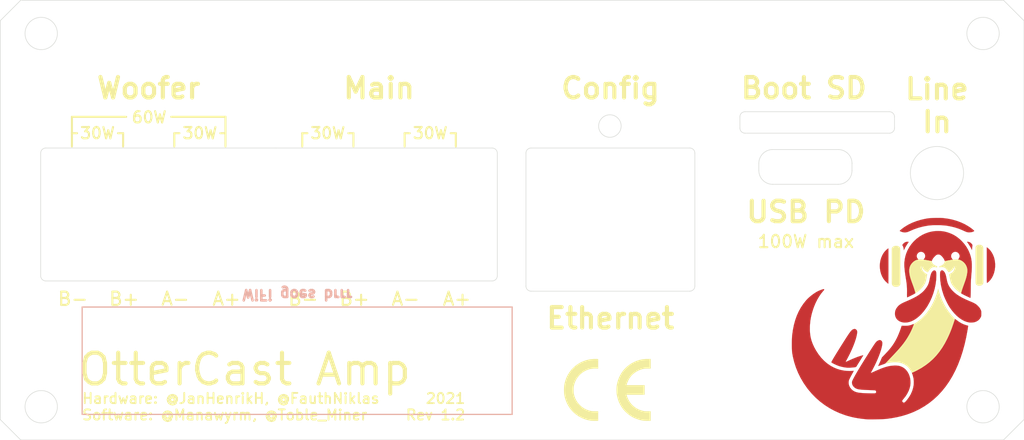
<source format=kicad_pcb>

(kicad_pcb
  (version 20171130)
  (host pcbnew 5.1.5+dfsg1-2build2)
  (general
    (thickness 1)
    (drawings 99)
    (tracks 0)
    (zones 0)
    (modules 4)
    (nets 1))
  (page A4)
  (layers
    (0 F.Cu signal)
    (31 B.Cu signal)
    (32 B.Adhes user)
    (33 F.Adhes user)
    (34 B.Paste user)
    (35 F.Paste user)
    (36 B.SilkS user)
    (37 F.SilkS user)
    (38 B.Mask user hide)
    (39 F.Mask user)
    (40 Dwgs.User user)
    (41 Cmts.User user)
    (42 Eco1.User user)
    (43 Eco2.User user)
    (44 Edge.Cuts user)
    (45 Margin user)
    (46 B.CrtYd user)
    (47 F.CrtYd user)
    (48 B.Fab user)
    (49 F.Fab user))
  (setup
    (last_trace_width 0.25)
    (trace_clearance 0.2)
    (zone_clearance 0.508)
    (zone_45_only no)
    (trace_min 0.2)
    (via_size 0.8)
    (via_drill 0.4)
    (via_min_size 0.4)
    (via_min_drill 0.3)
    (uvia_size 0.3)
    (uvia_drill 0.1)
    (uvias_allowed no)
    (uvia_min_size 0.2)
    (uvia_min_drill 0.1)
    (edge_width 0.05)
    (segment_width 0.2)
    (pcb_text_width 0.3)
    (pcb_text_size 1.5 1.5)
    (mod_edge_width 0.12)
    (mod_text_size 1 1)
    (mod_text_width 0.15)
    (pad_size 1.524 1.524)
    (pad_drill 0.762)
    (pad_to_mask_clearance 0.051)
    (solder_mask_min_width 0.25)
    (aux_axis_origin 0 0)
    (visible_elements FFFFFF7F)
    (pcbplotparams
      (layerselection 0x010fc_ffffffff)
      (usegerberextensions true)
      (usegerberattributes false)
      (usegerberadvancedattributes false)
      (creategerberjobfile false)
      (excludeedgelayer true)
      (linewidth 0.1)
      (plotframeref false)
      (viasonmask false)
      (mode 1)
      (useauxorigin false)
      (hpglpennumber 1)
      (hpglpenspeed 20)
      (hpglpendiameter 15.0)
      (psnegative false)
      (psa4output false)
      (plotreference true)
      (plotvalue false)
      (plotinvisibletext false)
      (padsonsilk false)
      (subtractmaskfromsilk false)
      (outputformat 1)
      (mirror false)
      (drillshape 0)
      (scaleselection 1)
      (outputdirectory "gerber_back")))
  (net 0 "")
  (net_class Default "This is the default net class."
    (clearance 0.2)
    (trace_width 0.25)
    (via_dia 0.8)
    (via_drill 0.4)
    (uvia_dia 0.3)
    (uvia_drill 0.1))
  (module Symbol:CE-Logo_8.5x6mm_SilkScreen
    (layer F.Cu)
    (tedit 0)
    (tstamp 603F07E1)
    (at 159.3 95.1)
    (descr "CE marking")
    (tags "Logo CE certification")
    (attr virtual)
    (fp_text reference REF**
      (at 0 0)
      (layer F.SilkS) hide
      (effects
        (font
          (size 1 1)
          (thickness 0.15))))
    (fp_text value CE-Logo_8.5x6mm_SilkScreen
      (at 0.75 0)
      (layer F.Fab) hide
      (effects
        (font
          (size 1 1)
          (thickness 0.15))))
    (fp_poly
      (pts
        (xy 4.233335 -2.083594)
        (xy 3.938985 -2.083305)
        (xy 3.83701 -2.08288)
        (xy 3.756355 -2.081592)
        (xy 3.691888 -2.079086)
        (xy 3.638476 -2.075004)
        (xy 3.590988 -2.068992)
        (xy 3.544289 -2.060692)
        (xy 3.510389 -2.053564)
        (xy 3.280549 -1.990246)
        (xy 3.061232 -1.903988)
        (xy 2.854201 -1.795991)
        (xy 2.66122 -1.667456)
        (xy 2.484049 -1.519582)
        (xy 2.324453 -1.35357)
        (xy 2.184193 -1.170621)
        (xy 2.159554 -1.133551)
        (xy 2.107756 -1.046598)
        (xy 2.054855 -0.94518)
        (xy 2.003836 -0.836134)
        (xy 1.957682 -0.726298)
        (xy 1.919375 -0.622512)
        (xy 1.891898 -0.531612)
        (xy 1.885804 -0.506016)
        (xy 1.876439 -0.463021)
        (xy 3.638021 -0.463021)
        (xy 3.638021 0.47625)
        (xy 1.876439 0.47625)
        (xy 1.885804 0.519244)
        (xy 1.910864 0.610611)
        (xy 1.948352 0.716469)
        (xy 1.995185 0.829878)
        (xy 2.048282 0.943892)
        (xy 2.10456 1.051569)
        (xy 2.160936 1.145967)
        (xy 2.170392 1.160319)
        (xy 2.314134 1.351791)
        (xy 2.475333 1.52363)
        (xy 2.65299 1.675163)
        (xy 2.846109 1.805719)
        (xy 3.053691 1.914624)
        (xy 3.274738 2.001206)
        (xy 3.508255 2.064794)
        (xy 3.513956 2.066021)
        (xy 3.566538 2.076622)
        (xy 3.614958 2.084513)
        (xy 3.664609 2.090078)
        (xy 3.720881 2.093702)
        (xy 3.789168 2.095769)
        (xy 3.874859 2.096664)
        (xy 3.945599 2.096799)
        (xy 4.233333 2.096776)
        (xy 4.233333 3.029479)
        (xy 3.945599 3.027762)
        (xy 3.853624 3.026709)
        (xy 3.763891 3.024766)
        (xy 3.682158 3.022126)
        (xy 3.614179 3.018981)
        (xy 3.565711 3.015526)
        (xy 3.558646 3.014789)
        (xy 3.333237 2.978594)
        (xy 3.101386 2.921376)
        (xy 2.869425 2.845284)
        (xy 2.643685 2.752465)
        (xy 2.430499 2.645068)
        (xy 2.374697 2.613135)
        (xy 2.211156 2.507667)
        (xy 2.045214 2.383545)
        (xy 1.883427 2.246431)
        (xy 1.73235 2.101982)
        (xy 1.59854 1.955859)
        (xy 1.561993 1.911607)
        (xy 1.400673 1.690012)
        (xy 1.259348 1.452378)
        (xy 1.139025 1.201089)
        (xy 1.040711 0.938532)
        (xy 0.965412 0.667092)
        (xy 0.914135 0.389155)
        (xy 0.91159 0.370416)
        (xy 0.904641 0.298751)
        (xy 0.899708 0.208046)
        (xy 0.896792 0.104923)
        (xy 0.895895 -0.003991)
        (xy 0.897019 -0.112075)
        (xy 0.900166 -0.212702)
        (xy 0.905338 -0.299248)
        (xy 0.911383 -0.357188)
        (xy 0.963339 -0.642106)
        (xy 1.038569 -0.917646)
        (xy 1.136391 -1.182191)
        (xy 1.256121 -1.434123)
        (xy 1.397076 -1.671823)
        (xy 1.558573 -1.893675)
        (xy 1.561993 -1.897921)
        (xy 1.74228 -2.100879)
        (xy 1.941422 -2.287344)
        (xy 2.156973 -2.455786)
        (xy 2.386485 -2.604675)
        (xy 2.627509 -2.732483)
        (xy 2.8776 -2.837678)
        (xy 3.134309 -2.918733)
        (xy 3.234619 -2.943231)
        (xy 3.35853 -2.969062)
        (xy 3.4737 -2.988408)
        (xy 3.58752 -3.002019)
        (xy 3.707385 -3.010644)
        (xy 3.840687 -3.015032)
        (xy 3.952213 -3.015992)
        (xy 4.233333 -3.01625)
        (xy 4.233335 -2.083594))
      (layer F.SilkS)
      (width 0.01))
    (fp_poly
      (pts
        (xy -1.060813 -3.015685)
        (xy -0.99633 -3.014025)
        (xy -0.949697 -3.011055)
        (xy -0.929349 -3.007912)
        (xy -0.899583 -2.999935)
        (xy -0.899583 -2.07947)
        (xy -1.109119 -2.086741)
        (xy -1.318953 -2.086477)
        (xy -1.513141 -2.069618)
        (xy -1.69758 -2.034925)
        (xy -1.878168 -1.981161)
        (xy -2.060803 -1.907089)
        (xy -2.136511 -1.871121)
        (xy -2.317062 -1.772023)
        (xy -2.479702 -1.660674)
        (xy -2.632099 -1.531592)
        (xy -2.691378 -1.474295)
        (xy -2.848015 -1.299139)
        (xy -2.983527 -1.10848)
        (xy -3.097234 -0.903606)
        (xy -3.188456 -0.685807)
        (xy -3.256515 -0.456371)
        (xy -3.276674 -0.363803)
        (xy -3.288823 -0.279756)
        (xy -3.296934 -0.176766)
        (xy -3.301015 -0.062035)
        (xy -3.301074 0.057234)
        (xy -3.297116 0.173837)
        (xy -3.289149 0.280571)
        (xy -3.277181 0.370233)
        (xy -3.275943 0.377031)
        (xy -3.220089 0.605759)
        (xy -3.140701 0.823965)
        (xy -3.039069 1.030177)
        (xy -2.916478 1.222928)
        (xy -2.774219 1.400748)
        (xy -2.613579 1.562168)
        (xy -2.435845 1.705719)
        (xy -2.242307 1.829931)
        (xy -2.034252 1.933336)
        (xy -1.850763 2.002535)
        (xy -1.747623 2.034118)
        (xy -1.652893 2.058129)
        (xy -1.56013 2.075463)
        (xy -1.462894 2.087016)
        (xy -1.354742 2.09368)
        (xy -1.229233 2.096352)
        (xy -1.174089 2.096504)
        (xy -0.899583 2.096186)
        (xy -0.899583 3.013164)
        (xy -0.929349 3.021141)
        (xy -0.954749 3.024138)
        (xy -1.001744 3.026203)
        (xy -1.06549 3.027382)
        (xy -1.141142 3.027723)
        (xy -1.223854 3.027274)
        (xy -1.308783 3.026083)
        (xy -1.391083 3.024197)
        (xy -1.465909 3.021663)
        (xy -1.528417 3.018531)
        (xy -1.573762 3.014847)
        (xy -1.574271 3.014789)
        (xy -1.687271 2.998341)
        (xy -1.814872 2.973706)
        (xy -1.947338 2.943083)
        (xy -2.074934 2.908667)
        (xy -2.156016 2.883536)
        (xy -2.420553 2.782498)
        (xy -2.671277 2.659513)
        (xy -2.907195 2.515777)
        (xy -3.12732 2.352487)
        (xy -3.33066 2.170838)
        (xy -3.516227 1.972026)
        (xy -3.68303 1.757247)
        (xy -3.830079 1.527698)
        (xy -3.956385 1.284573)
        (xy -4.060958 1.02907)
        (xy -4.142808 0.762383)
        (xy -4.200945 0.485709)
        (xy -4.214162 0.396875)
        (xy -4.222618 0.312107)
        (xy -4.228437 0.208118)
        (xy -4.231618 0.092009)
        (xy -4.232161 -0.029113)
        (xy -4.230066 -0.148146)
        (xy -4.225334 -0.257986)
        (xy -4.217963 -0.351528)
        (xy -4.214162 -0.383646)
        (xy -4.163241 -0.666294)
        (xy -4.087795 -0.939386)
        (xy -3.988081 -1.202286)
        (xy -3.864354 -1.454363)
        (xy -3.716872 -1.694983)
        (xy -3.638048 -1.805782)
        (xy -3.45977 -2.023277)
        (xy -3.263767 -2.221656)
        (xy -3.051402 -2.400118)
        (xy -2.824041 -2.557867)
        (xy -2.583047 -2.694103)
        (xy -2.329787 -2.808029)
        (xy -2.065623 -2.898847)
        (xy -1.791921 -2.965759)
        (xy -1.60112 -2.997187)
        (xy -1.548646 -3.00251)
        (xy -1.479782 -3.00707)
        (xy -1.399419 -3.010788)
        (xy -1.31245 -3.013587)
        (xy -1.223764 -3.015388)
        (xy -1.138255 -3.016113)
        (xy -1.060813 -3.015685))
      (layer F.SilkS)
      (width 0.01)))
  (module ottercast:ottercast_silk
    (layer F.Cu)
    (tedit 0)
    (tstamp 603F03DF)
    (at 186.8 88)
    (fp_text reference G***
      (at 0 0)
      (layer F.SilkS) hide
      (effects
        (font
          (size 1.524 1.524)
          (thickness 0.3))))
    (fp_text value LOGO
      (at 0.75 0)
      (layer F.SilkS) hide
      (effects
        (font
          (size 1.524 1.524)
          (thickness 0.3))))
    (fp_poly
      (pts
        (xy 8.977545 -7.076763)
        (xy 9.080994 -7.033728)
        (xy 9.15715 -6.960493)
        (xy 9.186331 -6.910921)
        (xy 9.193912 -6.894265)
        (xy 9.200528 -6.875808)
        (xy 9.206246 -6.852722)
        (xy 9.21113 -6.822177)
        (xy 9.215244 -6.781343)
        (xy 9.218653 -6.72739)
        (xy 9.221424 -6.657489)
        (xy 9.223619 -6.568811)
        (xy 9.225304 -6.458525)
        (xy 9.226544 -6.323803)
        (xy 9.227404 -6.161814)
        (xy 9.227949 -5.96973)
        (xy 9.228242 -5.744719)
        (xy 9.228351 -5.483954)
        (xy 9.228338 -5.184603)
        (xy 9.228318 -5.078609)
        (xy 9.22797 -3.33375)
        (xy 9.180693 -3.251287)
        (xy 9.119621 -3.172405)
        (xy 9.039581 -3.121574)
        (xy 8.933693 -3.095571)
        (xy 8.837413 -3.090413)
        (xy 8.738586 -3.094891)
        (xy 8.66764 -3.109971)
        (xy 8.619931 -3.132552)
        (xy 8.560089 -3.181293)
        (xy 8.510334 -3.241262)
        (xy 8.508885 -3.243598)
        (xy 8.501426 -3.256792)
        (xy 8.494904 -3.27214)
        (xy 8.489257 -3.292414)
        (xy 8.484422 -3.320384)
        (xy 8.480335 -3.358818)
        (xy 8.476934 -3.410488)
        (xy 8.474155 -3.478162)
        (xy 8.471936 -3.564612)
        (xy 8.470213 -3.672606)
        (xy 8.468923 -3.804915)
        (xy 8.468002 -3.964309)
        (xy 8.467389 -4.153557)
        (xy 8.467019 -4.375429)
        (xy 8.466829 -4.632696)
        (xy 8.466757 -4.928127)
        (xy 8.466746 -5.092745)
        (xy 8.466667 -6.872906)
        (xy 8.514292 -6.942678)
        (xy 8.588767 -7.021856)
        (xy 8.68543 -7.070219)
        (xy 8.809396 -7.09006)
        (xy 8.844454 -7.090833)
        (xy 8.977545 -7.076763))
      (layer F.SilkS)
      (width 0.01))
    (fp_poly
      (pts
        (xy 0.851823 -6.971321)
        (xy 0.934176 -6.947822)
        (xy 0.999443 -6.905573)
        (xy 1.059937 -6.838819)
        (xy 1.067609 -6.82869)
        (xy 1.075362 -6.817623)
        (xy 1.082149 -6.80471)
        (xy 1.088043 -6.787193)
        (xy 1.093119 -6.76231)
        (xy 1.097452 -6.727303)
        (xy 1.101114 -6.679411)
        (xy 1.104182 -6.615875)
        (xy 1.106728 -6.533936)
        (xy 1.108827 -6.430833)
        (xy 1.110554 -6.303806)
        (xy 1.111983 -6.150097)
        (xy 1.113188 -5.966946)
        (xy 1.114243 -5.751592)
        (xy 1.115222 -5.501276)
        (xy 1.116201 -5.213238)
        (xy 1.116894 -4.997442)
        (xy 1.122538 -3.22464)
        (xy 1.07456 -3.154141)
        (xy 1.018433 -3.082005)
        (xy 0.95996 -3.03452)
        (xy 0.88801 -3.006449)
        (xy 0.79145 -2.99256)
        (xy 0.723442 -2.989057)
        (xy 0.628561 -2.987504)
        (xy 0.562815 -2.99169)
        (xy 0.513164 -3.00368)
        (xy 0.466571 -3.025542)
        (xy 0.456263 -3.031402)
        (xy 0.392695 -3.079621)
        (xy 0.338947 -3.139037)
        (xy 0.329263 -3.153845)
        (xy 0.321501 -3.167781)
        (xy 0.314721 -3.183279)
        (xy 0.308858 -3.203137)
        (xy 0.303844 -3.230152)
        (xy 0.299614 -3.267122)
        (xy 0.2961 -3.316844)
        (xy 0.293236 -3.382115)
        (xy 0.290956 -3.465733)
        (xy 0.289193 -3.570496)
        (xy 0.287881 -3.699201)
        (xy 0.286953 -3.854645)
        (xy 0.286343 -4.039627)
        (xy 0.285984 -4.256943)
        (xy 0.28581 -4.50939)
        (xy 0.285754 -4.799767)
        (xy 0.28575 -4.98475)
        (xy 0.28575 -6.741583)
        (xy 0.334173 -6.819457)
        (xy 0.405581 -6.901557)
        (xy 0.501403 -6.95464)
        (xy 0.625127 -6.980099)
        (xy 0.740071 -6.981827)
        (xy 0.851823 -6.971321))
      (layer F.SilkS)
      (width 0.01))
    (fp_poly
      (pts
        (xy 3.347489 -5.633865)
        (xy 3.387222 -5.629141)
        (xy 3.463971 -5.618286)
        (xy 3.565162 -5.602164)
        (xy 3.681251 -5.582495)
        (xy 3.802698 -5.561)
        (xy 3.919962 -5.5394)
        (xy 4.023501 -5.519414)
        (xy 4.103774 -5.502765)
        (xy 4.149578 -5.491667)
        (xy 4.17429 -5.466912)
        (xy 4.198771 -5.415513)
        (xy 4.207386 -5.388073)
        (xy 4.238731 -5.310547)
        (xy 4.285228 -5.235212)
        (xy 4.298051 -5.219431)
        (xy 4.344768 -5.1779)
        (xy 4.41424 -5.129488)
        (xy 4.495145 -5.080611)
        (xy 4.576159 -5.037682)
        (xy 4.645962 -5.007118)
        (xy 4.693231 -4.995335)
        (xy 4.693555 -4.995333)
        (xy 4.714117 -4.984598)
        (xy 4.712366 -4.946499)
        (xy 4.710157 -4.937169)
        (xy 4.69561 -4.887975)
        (xy 4.676274 -4.870857)
        (xy 4.63762 -4.878379)
        (xy 4.612255 -4.887053)
        (xy 4.501357 -4.908632)
        (xy 4.377101 -4.90628)
        (xy 4.260254 -4.88112)
        (xy 4.222508 -4.865997)
        (xy 4.138491 -4.812279)
        (xy 4.047894 -4.731115)
        (xy 3.961444 -4.633693)
        (xy 3.889866 -4.531203)
        (xy 3.873098 -4.501522)
        (xy 3.84142 -4.446148)
        (xy 3.816479 -4.410275)
        (xy 3.807329 -4.402667)
        (xy 3.755198 -4.416791)
        (xy 3.682561 -4.454795)
        (xy 3.598343 -4.510131)
        (xy 3.511469 -4.576247)
        (xy 3.430862 -4.646593)
        (xy 3.365446 -4.714619)
        (xy 3.342592 -4.743779)
        (xy 3.308491 -4.801129)
        (xy 3.270432 -4.879049)
        (xy 3.244604 -4.940621)
        (xy 3.195068 -5.069417)
        (xy 3.202981 -4.906013)
        (xy 3.230506 -4.727106)
        (xy 3.294465 -4.569657)
        (xy 3.394455 -4.434269)
        (xy 3.530071 -4.321542)
        (xy 3.636219 -4.261154)
        (xy 3.700499 -4.226858)
        (xy 3.732732 -4.200089)
        (xy 3.740491 -4.173454)
        (xy 3.738475 -4.16133)
        (xy 3.730462 -4.123353)
        (xy 3.717055 -4.053961)
        (xy 3.700204 -3.963429)
        (xy 3.683906 -3.8735)
        (xy 3.662985 -3.762973)
        (xy 3.640576 -3.654965)
        (xy 3.619737 -3.563734)
        (xy 3.606944 -3.514773)
        (xy 3.530594 -3.31785)
        (xy 3.41671 -3.118631)
        (xy 3.269439 -2.922237)
        (xy 3.092924 -2.733791)
        (xy 2.891313 -2.558413)
        (xy 2.747536 -2.453008)
        (xy 2.677623 -2.406038)
        (xy 2.634669 -2.380679)
        (xy 2.611032 -2.374151)
        (xy 2.599072 -2.383674)
        (xy 2.593948 -2.397125)
        (xy 2.584976 -2.428076)
        (xy 2.567663 -2.489378)
        (xy 2.544949 -2.570579)
        (xy 2.531181 -2.620082)
        (xy 2.502433 -2.716279)
        (xy 2.463286 -2.837194)
        (xy 2.418658 -2.968081)
        (xy 2.373471 -3.094192)
        (xy 2.368761 -3.106915)
        (xy 2.283668 -3.337914)
        (xy 2.213012 -3.534952)
        (xy 2.155352 -3.70331)
        (xy 2.109245 -3.848269)
        (xy 2.073249 -3.97511)
        (xy 2.045921 -4.089114)
        (xy 2.025819 -4.195561)
        (xy 2.011502 -4.299734)
        (xy 2.001526 -4.406912)
        (xy 1.99754 -4.466167)
        (xy 2.0002 -4.688357)
        (xy 2.037475 -4.888298)
        (xy 2.110872 -5.07012)
        (xy 2.221898 -5.237956)
        (xy 2.31803 -5.34458)
        (xy 2.452952 -5.462135)
        (xy 2.595048 -5.549961)
        (xy 2.749934 -5.609553)
        (xy 2.923226 -5.642404)
        (xy 3.120539 -5.65001)
        (xy 3.347489 -5.633865))
      (layer F.SilkS)
      (width 0.01))
    (fp_poly
      (pts
        (xy 6.806551 -5.634432)
        (xy 6.820312 -5.631747)
        (xy 7.004451 -5.572283)
        (xy 7.175779 -5.476202)
        (xy 7.329273 -5.348501)
        (xy 7.45991 -5.194174)
        (xy 7.562666 -5.018216)
        (xy 7.632518 -4.825624)
        (xy 7.633038 -4.82361)
        (xy 7.656637 -4.670067)
        (xy 7.657482 -4.486171)
        (xy 7.636287 -4.276802)
        (xy 7.593768 -4.046839)
        (xy 7.530641 -3.801162)
        (xy 7.44762 -3.54465)
        (xy 7.444111 -3.534833)
        (xy 7.367216 -3.320207)
        (xy 7.303355 -3.141267)
        (xy 7.251125 -2.993908)
        (xy 7.209124 -2.874021)
        (xy 7.175947 -2.777498)
        (xy 7.150193 -2.700232)
        (xy 7.130457 -2.638114)
        (xy 7.115337 -2.587038)
        (xy 7.103429 -2.542895)
        (xy 7.098336 -2.522525)
        (xy 7.07895 -2.449101)
        (xy 7.061291 -2.392416)
        (xy 7.049184 -2.364741)
        (xy 7.027112 -2.369473)
        (xy 6.978722 -2.395078)
        (xy 6.911654 -2.437154)
        (xy 6.849845 -2.479602)
        (xy 6.643365 -2.642482)
        (xy 6.456112 -2.82201)
        (xy 6.29394 -3.011493)
        (xy 6.162701 -3.204238)
        (xy 6.084564 -3.354815)
        (xy 6.061289 -3.419366)
        (xy 6.033716 -3.514469)
        (xy 6.00478 -3.628964)
        (xy 5.977418 -3.751695)
        (xy 5.96845 -3.796094)
        (xy 5.945934 -3.910563)
        (xy 5.92563 -4.012906)
        (xy 5.90922 -4.094707)
        (xy 5.898387 -4.14755)
        (xy 5.8956 -4.160426)
        (xy 5.8965 -4.18708)
        (xy 5.917814 -4.211626)
        (xy 5.966892 -4.240383)
        (xy 6.015625 -4.263622)
        (xy 6.168614 -4.355171)
        (xy 6.28952 -4.47394)
        (xy 6.377345 -4.618414)
        (xy 6.431095 -4.787078)
        (xy 6.448058 -4.92125)
        (xy 6.451787 -4.988376)
        (xy 6.451947 -5.026839)
        (xy 6.445752 -5.034621)
        (xy 6.430413 -5.009709)
        (xy 6.403144 -4.950086)
        (xy 6.364131 -4.860564)
        (xy 6.314856 -4.776526)
        (xy 6.239966 -4.682874)
        (xy 6.150449 -4.591263)
        (xy 6.057293 -4.513349)
        (xy 6.002639 -4.477096)
        (xy 5.923593 -4.436413)
        (xy 5.858538 -4.412934)
        (xy 5.814801 -4.408576)
        (xy 5.799667 -4.423984)
        (xy 5.786897 -4.460613)
        (xy 5.753254 -4.51935)
        (xy 5.705734 -4.590439)
        (xy 5.651335 -4.664127)
        (xy 5.597054 -4.730655)
        (xy 5.549889 -4.78027)
        (xy 5.535165 -4.792752)
        (xy 5.438386 -4.854741)
        (xy 5.33776 -4.892288)
        (xy 5.223891 -4.906985)
        (xy 5.087381 -4.900423)
        (xy 4.98475 -4.885961)
        (xy 4.951917 -4.89084)
        (xy 4.93716 -4.926497)
        (xy 4.935719 -4.937125)
        (xy 4.937315 -4.980353)
        (xy 4.96036 -4.994904)
        (xy 4.96938 -4.995333)
        (xy 5.025084 -5.007867)
        (xy 5.101027 -5.040887)
        (xy 5.185139 -5.087523)
        (xy 5.265351 -5.140907)
        (xy 5.329596 -5.194167)
        (xy 5.342953 -5.207983)
        (xy 5.394364 -5.27858)
        (xy 5.434422 -5.357625)
        (xy 5.444352 -5.387095)
        (xy 5.466097 -5.445921)
        (xy 5.491703 -5.48484)
        (xy 5.502422 -5.491939)
        (xy 5.533403 -5.498967)
        (xy 5.598339 -5.51215)
        (xy 5.689552 -5.52998)
        (xy 5.799363 -5.550949)
        (xy 5.884333 -5.566903)
        (xy 6.117584 -5.605827)
        (xy 6.331419 -5.632387)
        (xy 6.520849 -5.646239)
        (xy 6.680889 -5.647036)
        (xy 6.806551 -5.634432))
      (layer F.SilkS)
      (width 0.01))
    (fp_poly
      (pts
        (xy 4.855772 -2.654989)
        (xy 4.987961 -2.205064)
        (xy 5.155171 -1.764484)
        (xy 5.354663 -1.338323)
        (xy 5.583699 -0.931654)
        (xy 5.839541 -0.549553)
        (xy 6.11945 -0.197094)
        (xy 6.274232 -0.026555)
        (xy 6.452065 0.160317)
        (xy 6.288255 0.646367)
        (xy 6.207238 0.883708)
        (xy 6.134322 1.089635)
        (xy 6.06575 1.273371)
        (xy 5.99777 1.444143)
        (xy 5.926624 1.611173)
        (xy 5.848558 1.783687)
        (xy 5.759817 1.97091)
        (xy 5.694033 2.106083)
        (xy 5.451975 2.568032)
        (xy 5.196628 2.992151)
        (xy 4.92521 3.38162)
        (xy 4.634935 3.739616)
        (xy 4.323022 4.06932)
        (xy 3.986687 4.373912)
        (xy 3.623145 4.656569)
        (xy 3.230247 4.920076)
        (xy 3.147202 4.969721)
        (xy 3.042263 5.029133)
        (xy 2.922636 5.094572)
        (xy 2.795528 5.162294)
        (xy 2.668144 5.22856)
        (xy 2.547691 5.289627)
        (xy 2.441374 5.341754)
        (xy 2.356401 5.381199)
        (xy 2.299977 5.404221)
        (xy 2.294142 5.406111)
        (xy 2.271057 5.407959)
        (xy 2.248045 5.394372)
        (xy 2.219899 5.359306)
        (xy 2.181414 5.296717)
        (xy 2.145976 5.234083)
        (xy 2.01537 5.036234)
        (xy 1.857157 4.857929)
        (xy 1.678945 4.70657)
        (xy 1.488339 4.589564)
        (xy 1.47934 4.585101)
        (xy 1.337545 4.520371)
        (xy 1.206428 4.472646)
        (xy 1.071013 4.437701)
        (xy 0.916326 4.411315)
        (xy 0.820167 4.399213)
        (xy 0.618869 4.388437)
        (xy 0.390844 4.397962)
        (xy 0.146063 4.42698)
        (xy -0.102625 4.474035)
        (xy -0.191119 4.493077)
        (xy -0.26191 4.506694)
        (xy -0.306455 4.513343)
        (xy -0.3175 4.512822)
        (xy -0.312159 4.503678)
        (xy -0.294747 4.482434)
        (xy -0.26318 4.44686)
        (xy -0.215374 4.394723)
        (xy -0.149245 4.323792)
        (xy -0.062711 4.231836)
        (xy 0.046314 4.116624)
        (xy 0.179912 3.975923)
        (xy 0.340167 3.807502)
        (xy 0.388184 3.757083)
        (xy 0.632976 3.497298)
        (xy 0.848896 3.262071)
        (xy 1.038895 3.048044)
        (xy 1.205925 2.851858)
        (xy 1.352937 2.670155)
        (xy 1.422853 2.579752)
        (xy 1.628234 2.294507)
        (xy 1.823321 1.993903)
        (xy 2.003145 1.686738)
        (xy 2.162739 1.381814)
        (xy 2.297136 1.087931)
        (xy 2.371606 0.898867)
        (xy 2.464546 0.644152)
        (xy 2.613398 0.557596)
        (xy 2.903528 0.366075)
        (xy 3.18338 0.136169)
        (xy 3.450771 -0.128956)
        (xy 3.703519 -0.426135)
        (xy 3.939444 -0.752201)
        (xy 4.156363 -1.103988)
        (xy 4.352095 -1.478329)
        (xy 4.524459 -1.872059)
        (xy 4.671272 -2.282011)
        (xy 4.747694 -2.539955)
        (xy 4.819041 -2.801216)
        (xy 4.855772 -2.654989))
      (layer F.SilkS)
      (width 0.01)))
  (module ottercast:ottercast_mask
    (layer F.Cu)
    (tedit 0)
    (tstamp 603F0149)
    (at 186.8 88)
    (fp_text reference G***
      (at 0 0)
      (layer F.SilkS) hide
      (effects
        (font
          (size 1.524 1.524)
          (thickness 0.3))))
    (fp_text value LOGO
      (at 0.75 0)
      (layer F.SilkS) hide
      (effects
        (font
          (size 1.524 1.524)
          (thickness 0.3))))
    (fp_poly
      (pts
        (xy 4.998457 -10.321184)
        (xy 5.501966 -10.286495)
        (xy 5.995026 -10.219319)
        (xy 6.474802 -10.120616)
        (xy 6.938456 -9.991347)
        (xy 7.383155 -9.832474)
        (xy 7.806062 -9.644957)
        (xy 8.204342 -9.429757)
        (xy 8.575159 -9.187835)
        (xy 8.915677 -8.920152)
        (xy 9.087683 -8.763577)
        (xy 9.355691 -8.482229)
        (xy 9.582607 -8.191728)
        (xy 9.76888 -7.891085)
        (xy 9.914958 -7.579307)
        (xy 10.02129 -7.255402)
        (xy 10.088324 -6.918378)
        (xy 10.116508 -6.567245)
        (xy 10.117542 -6.48522)
        (xy 10.118306 -6.373947)
        (xy 10.12171 -6.293498)
        (xy 10.129613 -6.232373)
        (xy 10.143874 -6.179069)
        (xy 10.166352 -6.122085)
        (xy 10.181861 -6.087279)
        (xy 10.278311 -5.831714)
        (xy 10.343326 -5.564337)
        (xy 10.377845 -5.289898)
        (xy 10.38281 -5.013148)
        (xy 10.359162 -4.738836)
        (xy 10.307844 -4.471712)
        (xy 10.229796 -4.216525)
        (xy 10.12596 -3.978027)
        (xy 9.997278 -3.760966)
        (xy 9.84469 -3.570092)
        (xy 9.669138 -3.410156)
        (xy 9.648138 -3.394415)
        (xy 9.587696 -3.343135)
        (xy 9.552252 -3.298424)
        (xy 9.546167 -3.2788)
        (xy 9.533352 -3.219269)
        (xy 9.499275 -3.140544)
        (xy 9.450483 -3.055346)
        (xy 9.393526 -2.976397)
        (xy 9.385673 -2.967034)
        (xy 9.324217 -2.909195)
        (xy 9.24456 -2.852024)
        (xy 9.19108 -2.821749)
        (xy 9.13308 -2.795056)
        (xy 9.081742 -2.777802)
        (xy 9.025082 -2.767988)
        (xy 8.951119 -2.763615)
        (xy 8.847869 -2.762684)
        (xy 8.837083 -2.7627)
        (xy 8.728775 -2.76404)
        (xy 8.651652 -2.768699)
        (xy 8.594599 -2.778372)
        (xy 8.546499 -2.794758)
        (xy 8.509 -2.812792)
        (xy 8.44619 -2.847866)
        (xy 8.395297 -2.880325)
        (xy 8.379851 -2.892153)
        (xy 8.362476 -2.903221)
        (xy 8.350865 -2.894927)
        (xy 8.34257 -2.860452)
        (xy 8.335142 -2.792977)
        (xy 8.332226 -2.759493)
        (xy 8.327856 -2.685854)
        (xy 8.324061 -2.57998)
        (xy 8.321078 -2.451968)
        (xy 8.319146 -2.311914)
        (xy 8.3185 -2.177278)
        (xy 8.3185 -1.757443)
        (xy 8.450792 -1.690741)
        (xy 8.691877 -1.548523)
        (xy 8.899817 -1.382106)
        (xy 9.073439 -1.192704)
        (xy 9.211573 -0.98153)
        (xy 9.284086 -0.827479)
        (xy 9.350035 -0.612272)
        (xy 9.37639 -0.397244)
        (xy 9.365092 -0.186609)
        (xy 9.318082 0.015418)
        (xy 9.237303 0.204621)
        (xy 9.124697 0.376786)
        (xy 8.982205 0.527698)
        (xy 8.81177 0.653143)
        (xy 8.615333 0.748905)
        (xy 8.546816 0.772744)
        (xy 8.443455 0.800959)
        (xy 8.331474 0.824693)
        (xy 8.234814 0.838882)
        (xy 8.233344 0.83902)
        (xy 8.156278 0.847047)
        (xy 8.111446 0.856524)
        (xy 8.088896 0.87245)
        (xy 8.078677 0.899826)
        (xy 8.075237 0.918461)
        (xy 8.068418 0.958808)
        (xy 8.055847 1.033546)
        (xy 8.038759 1.13531)
        (xy 8.018391 1.256739)
        (xy 7.995979 1.390469)
        (xy 7.99033 1.424195)
        (xy 7.850278 2.165885)
        (xy 7.683571 2.878373)
        (xy 7.490465 3.561096)
        (xy 7.271219 4.213493)
        (xy 7.02609 4.835003)
        (xy 6.755336 5.425065)
        (xy 6.459215 5.983115)
        (xy 6.137984 6.508593)
        (xy 5.791901 7.000938)
        (xy 5.421224 7.459588)
        (xy 5.026345 7.883845)
        (xy 4.604391 8.277126)
        (xy 4.159764 8.63559)
        (xy 3.692072 8.959412)
        (xy 3.200923 9.248768)
        (xy 2.685925 9.503833)
        (xy 2.146686 9.724782)
        (xy 1.582815 9.911791)
        (xy 0.99392 10.065036)
        (xy 0.379608 10.18469)
        (xy -0.260513 10.270931)
        (xy -0.322656 10.27739)
        (xy -0.449554 10.287763)
        (xy -0.609226 10.296931)
        (xy -0.793878 10.304767)
        (xy -0.995717 10.311148)
        (xy -1.206948 10.315947)
        (xy -1.419779 10.319041)
        (xy -1.626414 10.320303)
        (xy -1.819061 10.319608)
        (xy -1.989925 10.316832)
        (xy -2.131213 10.31185)
        (xy -2.201333 10.307537)
        (xy -2.826751 10.240242)
        (xy -3.431373 10.136309)
        (xy -4.01505 9.995783)
        (xy -4.577634 9.81871)
        (xy -5.118977 9.605136)
        (xy -5.638929 9.355107)
        (xy -6.05072 9.122005)
        (xy -6.375236 8.914508)
        (xy -6.679233 8.69709)
        (xy -6.972489 8.462014)
        (xy -7.264784 8.201541)
        (xy -7.494315 7.979833)
        (xy -7.836209 7.621536)
        (xy -8.142726 7.261141)
        (xy -8.420284 6.889807)
        (xy -8.675299 6.498694)
        (xy -8.914188 6.078959)
        (xy -9.015136 5.884333)
        (xy -9.254791 5.367828)
        (xy -9.452336 4.851047)
        (xy -9.551131 4.522425)
        (xy -0.331797 4.522425)
        (xy -0.30979 4.520702)
        (xy -0.255059 4.510999)
        (xy -0.176108 4.494943)
        (xy -0.091131 4.476353)
        (xy 0.202002 4.424213)
        (xy 0.491655 4.399499)
        (xy 0.769587 4.402354)
        (xy 1.027556 4.432921)
        (xy 1.132417 4.455137)
        (xy 1.362375 4.532179)
        (xy 1.579631 4.645613)
        (xy 1.778383 4.790748)
        (xy 1.95283 4.962897)
        (xy 2.097173 5.15737)
        (xy 2.173742 5.296958)
        (xy 2.211472 5.3656)
        (xy 2.245595 5.408397)
        (xy 2.264873 5.418667)
        (xy 2.293404 5.409498)
        (xy 2.353208 5.383957)
        (xy 2.437892 5.344994)
        (xy 2.541061 5.295557)
        (xy 2.656322 5.238594)
        (xy 2.667765 5.23285)
        (xy 2.915315 5.10445)
        (xy 3.134771 4.981331)
        (xy 3.338383 4.85596)
        (xy 3.538403 4.720803)
        (xy 3.741331 4.572658)
        (xy 4.091182 4.287645)
        (xy 4.420108 3.974534)
        (xy 4.72903 3.631896)
        (xy 5.018868 3.258304)
        (xy 5.290543 2.852328)
        (xy 5.544974 2.412542)
        (xy 5.783083 1.937517)
        (xy 6.005788 1.425826)
        (xy 6.21401 0.87604)
        (xy 6.316059 0.577078)
        (xy 6.45723 0.14874)
        (xy 6.294812 -0.015588)
        (xy 6.026364 -0.31349)
        (xy 5.77418 -0.645786)
        (xy 5.541502 -1.006588)
        (xy 5.33157 -1.390012)
        (xy 5.147623 -1.79017)
        (xy 4.992903 -2.201177)
        (xy 4.877479 -2.590331)
        (xy 4.818205 -2.820579)
        (xy 4.768739 -2.632665)
        (xy 4.648416 -2.230001)
        (xy 4.503315 -1.838615)
        (xy 4.335661 -1.461796)
        (xy 4.147681 -1.102835)
        (xy 3.941599 -0.765023)
        (xy 3.719642 -0.451649)
        (xy 3.484035 -0.166004)
        (xy 3.237004 0.088621)
        (xy 2.980774 0.308937)
        (xy 2.717572 0.491654)
        (xy 2.615091 0.551146)
        (xy 2.460245 0.63613)
        (xy 2.392402 0.830413)
        (xy 2.241376 1.210607)
        (xy 2.051941 1.597879)
        (xy 1.826468 1.987952)
        (xy 1.56733 2.376553)
        (xy 1.431786 2.561167)
        (xy 1.35217 2.665321)
        (xy 1.274517 2.764306)
        (xy 1.195614 2.861739)
        (xy 1.112251 2.961235)
        (xy 1.021215 3.066411)
        (xy 0.919294 3.180883)
        (xy 0.803277 3.308268)
        (xy 0.669951 3.452181)
        (xy 0.516105 3.616238)
        (xy 0.338526 3.804057)
        (xy 0.174737 3.976457)
        (xy 0.055824 4.101801)
        (xy -0.052975 4.217203)
        (xy -0.148408 4.319158)
        (xy -0.227223 4.404162)
        (xy -0.286168 4.468709)
        (xy -0.321993 4.509295)
        (xy -0.331797 4.522425)
        (xy -9.551131 4.522425)
        (xy -9.60773 4.33416)
        (xy -9.72093 3.817335)
        (xy -9.791893 3.30074)
        (xy -9.820578 2.784544)
        (xy -9.821247 2.691215)
        (xy -9.805268 2.131714)
        (xy -9.757993 1.591609)
        (xy -9.68 1.072184)
        (xy -9.571867 0.574726)
        (xy -9.434173 0.100518)
        (xy -9.267496 -0.349154)
        (xy -9.072413 -0.773004)
        (xy -8.849502 -1.169748)
        (xy -8.599343 -1.5381)
        (xy -8.322512 -1.876775)
        (xy -8.019588 -2.184489)
        (xy -7.691148 -2.459955)
        (xy -7.41821 -2.651229)
        (xy -7.284277 -2.731827)
        (xy -7.135959 -2.811196)
        (xy -6.980602 -2.886273)
        (xy -6.825555 -2.953997)
        (xy -6.678166 -3.011306)
        (xy -6.545781 -3.055136)
        (xy -6.435749 -3.082427)
        (xy -6.364572 -3.090334)
        (xy -6.243381 -3.07034)
        (xy -6.137191 -3.012509)
        (xy -6.050718 -2.920071)
        (xy -6.009129 -2.846917)
        (xy -5.979936 -2.766322)
        (xy -5.972236 -2.689825)
        (xy -5.988237 -2.611316)
        (xy -6.030142 -2.524685)
        (xy -6.100158 -2.423823)
        (xy -6.20049 -2.30262)
        (xy -6.209197 -2.292655)
        (xy -6.410446 -2.037868)
        (xy -6.60031 -1.747672)
        (xy -6.775926 -1.428122)
        (xy -6.934435 -1.085276)
        (xy -7.072976 -0.725191)
        (xy -7.188686 -0.353923)
        (xy -7.259204 -0.069794)
        (xy -7.303957 0.150054)
        (xy -7.336839 0.354591)
        (xy -7.359763 0.559632)
        (xy -7.374642 0.780996)
        (xy -7.380716 0.934979)
        (xy -7.382273 1.2712)
        (xy -7.363583 1.577841)
        (xy -7.322646 1.863524)
        (xy -7.257459 2.136868)
        (xy -7.16602 2.406494)
        (xy -7.046328 2.681023)
        (xy -6.917096 2.931583)
        (xy -6.771269 3.179402)
        (xy -6.6102 3.420685)
        (xy -6.440046 3.647349)
        (xy -6.266966 3.851315)
        (xy -6.097115 4.024499)
        (xy -6.055612 4.062275)
        (xy -5.906252 4.194693)
        (xy -5.858802 4.113472)
        (xy -5.77391 3.969914)
        (xy -5.66839 3.794428)
        (xy -5.544509 3.590691)
        (xy -5.40453 3.362385)
        (xy -5.250718 3.113188)
        (xy -5.085339 2.846782)
        (xy -4.910658 2.566846)
        (xy -4.728939 2.277061)
        (xy -4.708629 2.244759)
        (xy -4.574761 2.032231)
        (xy -4.460795 1.852209)
        (xy -4.364342 1.701208)
        (xy -4.283008 1.575747)
        (xy -4.214405 1.472344)
        (xy -4.15614 1.387515)
        (xy -4.105822 1.317779)
        (xy -4.061061 1.259652)
        (xy -4.019465 1.209653)
        (xy -3.978643 1.164298)
        (xy -3.937 1.120916)
        (xy -3.814078 1.003623)
        (xy -3.704977 0.918541)
        (xy -3.601756 0.861571)
        (xy -3.496473 0.828611)
        (xy -3.381189 0.815562)
        (xy -3.344333 0.814917)
        (xy -3.253298 0.817448)
        (xy -3.18768 0.827559)
        (xy -3.130734 0.849026)
        (xy -3.086819 0.872976)
        (xy -2.954191 0.973224)
        (xy -2.856478 1.097301)
        (xy -2.793923 1.244744)
        (xy -2.766771 1.415092)
        (xy -2.765705 1.481667)
        (xy -2.778412 1.635004)
        (xy -2.81052 1.819801)
        (xy -2.860368 2.030795)
        (xy -2.926298 2.262722)
        (xy -3.006652 2.510318)
        (xy -3.09977 2.768319)
        (xy -3.203994 3.031461)
        (xy -3.317664 3.294481)
        (xy -3.378631 3.426648)
        (xy -3.421248 3.518393)
        (xy -3.455656 3.595147)
        (xy -3.478622 3.649498)
        (xy -3.486914 3.674031)
        (xy -3.486755 3.674634)
        (xy -3.465756 3.670191)
        (xy -3.413892 3.653422)
        (xy -3.339795 3.627229)
        (xy -3.280247 3.60519)
        (xy -3.024069 3.515479)
        (xy -2.769721 3.439046)
        (xy -2.531685 3.380127)
        (xy -2.460793 3.36556)
        (xy -2.371129 3.345907)
        (xy -2.296141 3.325239)
        (xy -2.246405 3.306682)
        (xy -2.23352 3.298373)
        (xy -2.215653 3.273398)
        (xy -2.178597 3.217653)
        (xy -2.12565 3.136237)
        (xy -2.060108 3.034249)
        (xy -1.985268 2.916788)
        (xy -1.914279 2.804583)
        (xy -1.788485 2.609082)
        (xy -1.678182 2.447185)
        (xy -1.579712 2.314741)
        (xy -1.489416 2.207602)
        (xy -1.403635 2.121617)
        (xy -1.31871 2.052637)
        (xy -1.230981 1.99651)
        (xy -1.17643 1.967748)
        (xy -1.088495 1.927943)
        (xy -1.016723 1.906232)
        (xy -0.94168 1.897799)
        (xy -0.891342 1.897078)
        (xy -0.736178 1.917217)
        (xy -0.599897 1.974331)
        (xy -0.485265 2.066251)
        (xy -0.395049 2.190807)
        (xy -0.335855 2.33281)
        (xy -0.314032 2.420427)
        (xy -0.303554 2.508876)
        (xy -0.304783 2.606933)
        (xy -0.31808 2.723376)
        (xy -0.343807 2.866979)
        (xy -0.361318 2.951124)
        (xy -0.378286 3.0349)
        (xy -0.389851 3.10156)
        (xy -0.394427 3.141428)
        (xy -0.393609 3.148279)
        (xy -0.374935 3.138958)
        (xy -0.335755 3.100198)
        (xy -0.28005 3.037097)
        (xy -0.2118 2.954752)
        (xy -0.134984 2.858259)
        (xy -0.053582 2.752715)
        (xy 0.028427 2.643216)
        (xy 0.107062 2.534859)
        (xy 0.178344 2.432741)
        (xy 0.238293 2.341957)
        (xy 0.247755 2.326921)
        (xy 0.32086 2.201918)
        (xy 0.403012 2.048418)
        (xy 0.488639 1.877648)
        (xy 0.572167 1.70084)
        (xy 0.648021 1.529224)
        (xy 0.671162 1.473837)
        (xy 0.706207 1.385766)
        (xy 0.745933 1.281504)
        (xy 0.787628 1.168705)
        (xy 0.828581 1.055023)
        (xy 0.86608 0.948112)
        (xy 0.897414 0.855626)
        (xy 0.91987 0.785219)
        (xy 0.930736 0.744546)
        (xy 0.931333 0.73948)
        (xy 0.91483 0.722192)
        (xy 0.871133 0.689022)
        (xy 0.808966 0.646499)
        (xy 0.794879 0.637314)
        (xy 0.622743 0.5013)
        (xy 0.479348 0.336364)
        (xy 0.368314 0.147659)
        (xy 0.293263 -0.059662)
        (xy 0.28679 -0.085786)
        (xy 0.256804 -0.302229)
        (xy 0.267012 -0.518624)
        (xy 0.315411 -0.731525)
        (xy 0.399997 -0.937485)
        (xy 0.518769 -1.133058)
        (xy 0.669724 -1.314797)
        (xy 0.850858 -1.479254)
        (xy 1.060169 -1.622984)
        (xy 1.233212 -1.71453)
        (xy 1.412049 -1.798336)
        (xy 1.425691 -1.928857)
        (xy 1.430462 -1.99541)
        (xy 1.434159 -2.088936)
        (xy 1.436809 -2.202878)
        (xy 1.438441 -2.330678)
        (xy 1.439083 -2.46578)
        (xy 1.438765 -2.601626)
        (xy 1.437514 -2.73166)
        (xy 1.43536 -2.849324)
        (xy 1.43233 -2.948061)
        (xy 1.428453 -3.021314)
        (xy 1.423758 -3.062526)
        (xy 1.420734 -3.069167)
        (xy 1.400722 -3.051682)
        (xy 1.377337 -3.00922)
        (xy 1.375765 -3.005503)
        (xy 1.32567 -2.923753)
        (xy 1.246782 -2.839562)
        (xy 1.150559 -2.763612)
        (xy 1.061622 -2.712537)
        (xy 1.00459 -2.687699)
        (xy 0.95265 -2.671473)
        (xy 0.894256 -2.662085)
        (xy 0.817863 -2.65776)
        (xy 0.711926 -2.656724)
        (xy 0.6985 -2.656734)
        (xy 0.554485 -2.661022)
        (xy 0.441532 -2.675742)
        (xy 0.348956 -2.704318)
        (xy 0.266069 -2.750173)
        (xy 0.182185 -2.816731)
        (xy 0.172802 -2.825134)
        (xy 0.113344 -2.891044)
        (xy 0.055224 -2.975906)
        (xy 0.00532 -3.067163)
        (xy -0.029491 -3.152262)
        (xy -0.042333 -3.217836)
        (xy -0.053602 -3.264008)
        (xy -0.092662 -3.30793)
        (xy -0.127438 -3.334054)
        (xy -0.217123 -3.406815)
        (xy -0.317239 -3.505159)
        (xy -0.417574 -3.617708)
        (xy -0.507917 -3.733088)
        (xy -0.571569 -3.828813)
        (xy -0.6962 -4.070125)
        (xy -0.78665 -4.319538)
        (xy -0.84468 -4.583889)
        (xy -0.872053 -4.870015)
        (xy -0.874839 -5.005917)
        (xy -0.870531 -5.20383)
        (xy -0.856347 -5.37336)
        (xy -0.83033 -5.527708)
        (xy -0.790518 -5.680079)
        (xy -0.76157 -5.769167)
        (xy -0.759529 -5.775796)
        (xy 0.277257 -5.775796)
        (xy 0.27781 -5.525985)
        (xy 0.278755 -5.239101)
        (xy 0.279802 -4.940759)
        (xy 0.28575 -3.203435)
        (xy 0.346691 -3.123547)
        (xy 0.406447 -3.059364)
        (xy 0.475452 -3.017551)
        (xy 0.563725 -2.994254)
        (xy 0.681289 -2.985622)
        (xy 0.706201 -2.985329)
        (xy 0.804924 -2.987838)
        (xy 0.87549 -2.998164)
        (xy 0.931731 -3.018744)
        (xy 0.949618 -3.028266)
        (xy 1.011057 -3.0714)
        (xy 1.062613 -3.12088)
        (xy 1.068917 -3.128808)
        (xy 1.076427 -3.139789)
        (xy 1.083005 -3.153104)
        (xy 1.088722 -3.171506)
        (xy 1.09365 -3.197744)
        (xy 1.097861 -3.234572)
        (xy 1.101426 -3.28474)
        (xy 1.104418 -3.351)
        (xy 1.106908 -3.436103)
        (xy 1.108969 -3.542801)
        (xy 1.110671 -3.673845)
        (xy 1.112088 -3.831987)
        (xy 1.113291 -4.019978)
        (xy 1.114351 -4.240569)
        (xy 1.115342 -4.496513)
        (xy 1.115434 -4.523817)
        (xy 1.99146 -4.523817)
        (xy 2.004674 -4.339164)
        (xy 2.032492 -4.145091)
        (xy 2.073968 -3.951317)
        (xy 2.110766 -3.820583)
        (xy 2.134994 -3.747207)
        (xy 2.170887 -3.643672)
        (xy 2.215093 -3.519399)
        (xy 2.264257 -3.383809)
        (xy 2.315027 -3.246323)
        (xy 2.31833 -3.23747)
        (xy 2.369801 -3.096545)
        (xy 2.420086 -2.95328)
        (xy 2.465668 -2.818104)
        (xy 2.503032 -2.701447)
        (xy 2.528663 -2.613737)
        (xy 2.528844 -2.613054)
        (xy 2.553219 -2.521991)
        (xy 2.574182 -2.44483)
        (xy 2.588969 -2.391687)
        (xy 2.594054 -2.374526)
        (xy 2.614798 -2.371049)
        (xy 2.663027 -2.39337)
        (xy 2.734829 -2.438888)
        (xy 2.826295 -2.505004)
        (xy 2.933512 -2.589118)
        (xy 3.002269 -2.645877)
        (xy 3.161031 -2.794699)
        (xy 3.306747 -2.961195)
        (xy 3.432869 -3.136361)
        (xy 3.532849 -3.311199)
        (xy 3.595041 -3.46075)
        (xy 3.610065 -3.514587)
        (xy 3.62988 -3.597197)
        (xy 3.652615 -3.6994)
        (xy 3.676402 -3.812012)
        (xy 3.699373 -3.925851)
        (xy 3.719658 -4.031735)
        (xy 3.735388 -4.120481)
        (xy 3.744696 -4.182908)
        (xy 3.74642 -4.20453)
        (xy 3.728541 -4.222483)
        (xy 3.683142 -4.247707)
        (xy 3.651826 -4.261617)
        (xy 3.51183 -4.335751)
        (xy 3.396711 -4.430433)
        (xy 3.330333 -4.513682)
        (xy 3.273087 -4.625256)
        (xy 3.22844 -4.75287)
        (xy 3.201973 -4.87826)
        (xy 3.197157 -4.949594)
        (xy 3.198147 -5.04825)
        (xy 3.236936 -4.949048)
        (xy 3.270779 -4.871765)
        (xy 3.30915 -4.796876)
        (xy 3.321563 -4.775678)
        (xy 3.375172 -4.704584)
        (xy 3.44838 -4.62837)
        (xy 3.532667 -4.553774)
        (xy 3.619514 -4.487531)
        (xy 3.700399 -4.436379)
        (xy 3.766803 -4.407055)
        (xy 3.793318 -4.402667)
        (xy 3.81796 -4.419941)
        (xy 3.851339 -4.464182)
        (xy 3.872457 -4.500313)
        (xy 3.971438 -4.652495)
        (xy 4.087389 -4.771022)
        (xy 4.216815 -4.854033)
        (xy 4.356221 -4.899668)
        (xy 4.502112 -4.906066)
        (xy 4.600443 -4.887839)
        (xy 4.656821 -4.873365)
        (xy 4.685557 -4.875149)
        (xy 4.699988 -4.898823)
        (xy 4.707396 -4.926615)
        (xy 4.931833 -4.926615)
        (xy 4.935647 -4.883145)
        (xy 4.955363 -4.871431)
        (xy 4.990042 -4.877697)
        (xy 5.150507 -4.904284)
        (xy 5.288491 -4.898741)
        (xy 5.394034 -4.867806)
        (xy 5.493805 -4.808328)
        (xy 5.59543 -4.718991)
        (xy 5.688367 -4.610413)
        (xy 5.757735 -4.501522)
        (xy 5.792045 -4.445854)
        (xy 5.82332 -4.409999)
        (xy 5.837515 -4.402667)
        (xy 5.888337 -4.416287)
        (xy 5.961644 -4.453802)
        (xy 6.049003 -4.51019)
        (xy 6.14198 -4.58043)
        (xy 6.15736 -4.593072)
        (xy 6.231093 -4.660028)
        (xy 6.287534 -4.727556)
        (xy 6.338329 -4.811011)
        (xy 6.37033 -4.873867)
        (xy 6.410041 -4.953376)
        (xy 6.435374 -4.998134)
        (xy 6.44935 -5.011984)
        (xy 6.454991 -4.998768)
        (xy 6.455633 -4.982348)
        (xy 6.444755 -4.862225)
        (xy 6.41502 -4.730395)
        (xy 6.371745 -4.6099)
        (xy 6.367613 -4.600919)
        (xy 6.282171 -4.468101)
        (xy 6.161712 -4.355598)
        (xy 6.019826 -4.271582)
        (xy 5.95322 -4.239724)
        (xy 5.904866 -4.215281)
        (xy 5.884467 -4.203175)
        (xy 5.884333 -4.202876)
        (xy 5.888222 -4.181438)
        (xy 5.899011 -4.125253)
        (xy 5.915382 -4.041104)
        (xy 5.936015 -3.93577)
        (xy 5.955881 -3.834845)
        (xy 5.990697 -3.668322)
        (xy 6.023165 -3.535917)
        (xy 6.055519 -3.429665)
        (xy 6.089992 -3.3416)
        (xy 6.100733 -3.318266)
        (xy 6.186224 -3.164756)
        (xy 6.297414 -3.003551)
        (xy 6.423638 -2.848636)
        (xy 6.554237 -2.713999)
        (xy 6.577513 -2.692884)
        (xy 6.642233 -2.638126)
        (xy 6.720142 -2.576143)
        (xy 6.803733 -2.512421)
        (xy 6.885502 -2.452448)
        (xy 6.957944 -2.401712)
        (xy 7.013553 -2.3657)
        (xy 7.044824 -2.349902)
        (xy 7.046977 -2.349615)
        (xy 7.056997 -2.368763)
        (xy 7.073935 -2.420086)
        (xy 7.094966 -2.494563)
        (xy 7.107348 -2.542501)
        (xy 7.128998 -2.619115)
        (xy 7.162819 -2.726603)
        (xy 7.2059 -2.856282)
        (xy 7.25533 -2.999472)
        (xy 7.308196 -3.147491)
        (xy 7.332725 -3.214429)
        (xy 7.385586 -3.359151)
        (xy 7.436054 -3.500489)
        (xy 7.481344 -3.630393)
        (xy 7.518666 -3.740814)
        (xy 7.545234 -3.823702)
        (xy 7.553622 -3.852333)
        (xy 7.606751 -4.075173)
        (xy 7.642211 -4.290919)
        (xy 7.6554 -4.445185)
        (xy 8.449109 -4.445185)
        (xy 8.449582 -4.162443)
        (xy 8.450771 -3.921627)
        (xy 8.452677 -3.722602)
        (xy 8.455301 -3.565236)
        (xy 8.458644 -3.449393)
        (xy 8.462708 -3.374941)
        (xy 8.466737 -3.34407)
        (xy 8.500666 -3.263213)
        (xy 8.55296 -3.186835)
        (xy 8.612636 -3.129319)
        (xy 8.644857 -3.110841)
        (xy 8.687038 -3.10196)
        (xy 8.757165 -3.095157)
        (xy 8.840855 -3.091777)
        (xy 8.849828 -3.091675)
        (xy 8.940426 -3.093239)
        (xy 9.00266 -3.101598)
        (xy 9.050308 -3.119517)
        (xy 9.080511 -3.137958)
        (xy 9.138695 -3.190381)
        (xy 9.18649 -3.253935)
        (xy 9.189474 -3.259337)
        (xy 9.196486 -3.274155)
        (xy 9.20261 -3.292337)
        (xy 9.207906 -3.316677)
        (xy 9.212433 -3.34997)
        (xy 9.216252 -3.395012)
        (xy 9.219423 -3.454597)
        (xy 9.222005 -3.531521)
        (xy 9.224058 -3.628579)
        (xy 9.225643 -3.748567)
        (xy 9.226819 -3.894278)
        (xy 9.227646 -4.06851)
        (xy 9.228185 -4.274056)
        (xy 9.228494 -4.513712)
        (xy 9.228635 -4.790273)
        (xy 9.228667 -5.087054)
        (xy 9.228703 -5.40904)
        (xy 9.228686 -5.691425)
        (xy 9.228427 -5.936943)
        (xy 9.227736 -6.148326)
        (xy 9.226423 -6.328307)
        (xy 9.224299 -6.479618)
        (xy 9.221174 -6.604992)
        (xy 9.21686 -6.707163)
        (xy 9.211167 -6.788862)
        (xy 9.203904 -6.852823)
        (xy 9.194884 -6.901779)
        (xy 9.183916 -6.938461)
        (xy 9.170811 -6.965603)
        (xy 9.155379 -6.985938)
        (xy 9.137431 -7.002198)
        (xy 9.116778 -7.017115)
        (xy 9.093765 -7.033042)
        (xy 9.04707 -7.059361)
        (xy 8.989199 -7.075614)
        (xy 8.90754 -7.084705)
        (xy 8.85825 -7.087293)
        (xy 8.76902 -7.089439)
        (xy 8.708761 -7.085346)
        (xy 8.664294 -7.072707)
        (xy 8.622438 -7.049215)
        (xy 8.615978 -7.044888)
        (xy 8.555676 -6.992403)
        (xy 8.504373 -6.929232)
        (xy 8.499561 -6.921428)
        (xy 8.491704 -6.90724)
        (xy 8.484842 -6.891317)
        (xy 8.478899 -6.870822)
        (xy 8.473794 -6.842916)
        (xy 8.469451 -6.80476)
        (xy 8.465791 -6.753517)
        (xy 8.462734 -6.686347)
        (xy 8.460204 -6.600413)
        (xy 8.458121 -6.492875)
        (xy 8.456408 -6.360896)
        (xy 8.454986 -6.201636)
        (xy 8.453776 -6.012258)
        (xy 8.4527 -5.789922)
        (xy 8.45168 -5.531791)
        (xy 8.450638 -5.235026)
        (xy 8.450306 -5.136983)
        (xy 8.449351 -4.769987)
        (xy 8.449109 -4.445185)
        (xy 7.6554 -4.445185)
        (xy 7.65943 -4.492318)
        (xy 7.657838 -4.672117)
        (xy 7.636867 -4.823062)
        (xy 7.631586 -4.844385)
        (xy 7.558507 -5.038581)
        (xy 7.449029 -5.216483)
        (xy 7.307668 -5.372666)
        (xy 7.138939 -5.501701)
        (xy 7.037308 -5.558543)
        (xy 6.870491 -5.640917)
        (xy 6.53087 -5.637578)
        (xy 6.388455 -5.63498)
        (xy 6.26949 -5.629293)
        (xy 6.159571 -5.618989)
        (xy 6.044298 -5.602542)
        (xy 5.909268 -5.578424)
        (xy 5.832299 -5.563495)
        (xy 5.473348 -5.49275)
        (xy 5.446636 -5.400323)
        (xy 5.389006 -5.274497)
        (xy 5.296619 -5.165051)
        (xy 5.175674 -5.077661)
        (xy 5.032372 -5.018001)
        (xy 5.02743 -5.016597)
        (xy 4.968721 -4.997238)
        (xy 4.940611 -4.975784)
        (xy 4.932167 -4.941943)
        (xy 4.931833 -4.926615)
        (xy 4.707396 -4.926615)
        (xy 4.709313 -4.933804)
        (xy 4.713786 -4.964795)
        (xy 4.702761 -4.986764)
        (xy 4.668129 -5.007009)
        (xy 4.601785 -5.032824)
        (xy 4.597592 -5.034354)
        (xy 4.447061 -5.104177)
        (xy 4.332405 -5.192397)
        (xy 4.249755 -5.302832)
        (xy 4.198357 -5.428367)
        (xy 4.188333 -5.45599)
        (xy 4.172125 -5.476121)
        (xy 4.141971 -5.49215)
        (xy 4.090112 -5.507466)
        (xy 4.008789 -5.525459)
        (xy 3.947384 -5.537988)
        (xy 3.680796 -5.587925)
        (xy 3.448914 -5.622722)
        (xy 3.247121 -5.642909)
        (xy 3.070796 -5.649019)
        (xy 2.99684 -5.647243)
        (xy 2.891311 -5.641196)
        (xy 2.813093 -5.631807)
        (xy 2.747163 -5.615631)
        (xy 2.678499 -5.589225)
        (xy 2.613445 -5.559341)
        (xy 2.44924 -5.460407)
        (xy 2.300611 -5.330253)
        (xy 2.174174 -5.176953)
        (xy 2.076543 -5.008583)
        (xy 2.014336 -4.833218)
        (xy 2.012638 -4.826)
        (xy 1.993798 -4.689335)
        (xy 1.99146 -4.523817)
        (xy 1.115434 -4.523817)
        (xy 1.116333 -4.79056)
        (xy 1.116892 -4.965225)
        (xy 1.122534 -6.744867)
        (xy 1.074559 -6.815362)
        (xy 1.022288 -6.884108)
        (xy 0.969715 -6.930002)
        (xy 0.906534 -6.957428)
        (xy 0.822437 -6.97077)
        (xy 0.707119 -6.974411)
        (xy 0.700592 -6.974417)
        (xy 0.603394 -6.973553)
        (xy 0.537437 -6.969449)
        (xy 0.491641 -6.959832)
        (xy 0.454924 -6.942434)
        (xy 0.418284 -6.916573)
        (xy 0.393169 -6.897771)
        (xy 0.371138 -6.880297)
        (xy 0.351998 -6.861409)
        (xy 0.335556 -6.838363)
        (xy 0.32162 -6.808417)
        (xy 0.309998 -6.768827)
        (xy 0.300498 -6.716851)
        (xy 0.292928 -6.649746)
        (xy 0.287094 -6.564768)
        (xy 0.282806 -6.459175)
        (xy 0.27987 -6.330225)
        (xy 0.278095 -6.175173)
        (xy 0.277288 -5.991278)
        (xy 0.277257 -5.775796)
        (xy -0.759529 -5.775796)
        (xy -0.746845 -5.81697)
        (xy -0.73596 -5.867379)
        (xy -0.728357 -5.927654)
        (xy -0.723478 -6.005054)
        (xy -0.720766 -6.106838)
        (xy -0.719663 -6.240264)
        (xy -0.719542 -6.316272)
        (xy -0.716644 -6.546113)
        (xy -0.70738 -6.743322)
        (xy -0.690677 -6.917272)
        (xy -0.665461 -7.077332)
        (xy -0.630659 -7.232873)
        (xy -0.630068 -7.235033)
        (xy 0.257254 -7.235033)
        (xy 0.261567 -7.222137)
        (xy 0.285747 -7.226748)
        (xy 0.337374 -7.248843)
        (xy 0.373017 -7.265142)
        (xy 0.465338 -7.29353)
        (xy 0.584526 -7.310533)
        (xy 0.716625 -7.315969)
        (xy 0.847677 -7.309653)
        (xy 0.963726 -7.291403)
        (xy 1.022927 -7.273667)
        (xy 1.125104 -7.23425)
        (xy 1.158602 -7.282076)
        (xy 1.25461 -7.398939)
        (xy 1.363674 -7.487848)
        (xy 1.460411 -7.542986)
        (xy 1.628603 -7.608905)
        (xy 1.790999 -7.63437)
        (xy 1.952123 -7.619984)
        (xy 1.983495 -7.61266)
        (xy 2.108913 -7.580529)
        (xy 2.255665 -7.719496)
        (xy 2.566996 -7.988135)
        (xy 2.891793 -8.216871)
        (xy 3.231155 -8.406289)
        (xy 3.586176 -8.556971)
        (xy 3.957954 -8.6695)
        (xy 4.103132 -8.702231)
        (xy 4.240614 -8.724256)
        (xy 4.408099 -8.74143)
        (xy 4.593488 -8.753318)
        (xy 4.78468 -8.759483)
        (xy 4.969577 -8.759489)
        (xy 5.13608 -8.7529)
        (xy 5.242245 -8.74329)
        (xy 5.616171 -8.67659)
        (xy 5.979912 -8.569815)
        (xy 6.329809 -8.42472)
        (xy 6.662201 -8.243057)
        (xy 6.973429 -8.02658)
        (xy 7.259834 -7.777042)
        (xy 7.260405 -7.776486)
        (xy 7.44056 -7.601063)
        (xy 7.535571 -7.622918)
        (xy 7.669217 -7.635515)
        (xy 7.82021 -7.618427)
        (xy 7.971869 -7.574869)
        (xy 8.063984 -7.530131)
        (xy 8.155043 -7.462538)
        (xy 8.222077 -7.399707)
        (xy 8.352375 -7.269409)
        (xy 8.444068 -7.327368)
        (xy 8.578451 -7.388768)
        (xy 8.738106 -7.420959)
        (xy 8.916491 -7.42266)
        (xy 8.92664 -7.42185)
        (xy 9.079697 -7.408941)
        (xy 9.026038 -7.530346)
        (xy 8.926011 -7.724926)
        (xy 8.795965 -7.928172)
        (xy 8.643468 -8.129274)
        (xy 8.476089 -8.317422)
        (xy 8.472022 -8.321617)
        (xy 8.35588 -8.44115)
        (xy 8.289224 -8.401822)
        (xy 8.176467 -8.352225)
        (xy 8.039275 -8.31787)
        (xy 7.893807 -8.301985)
        (xy 7.797034 -8.303484)
        (xy 7.738847 -8.309018)
        (xy 7.684603 -8.31774)
        (xy 7.627813 -8.331929)
        (xy 7.561986 -8.353861)
        (xy 7.480634 -8.385814)
        (xy 7.377269 -8.430065)
        (xy 7.245399 -8.488892)
        (xy 7.164917 -8.525313)
        (xy 6.744955 -8.693768)
        (xy 6.305911 -8.826482)
        (xy 5.846714 -8.923653)
        (xy 5.366294 -8.985477)
        (xy 4.863582 -9.01215)
        (xy 4.519083 -9.010595)
        (xy 4.037264 -8.982336)
        (xy 3.580049 -8.922745)
        (xy 3.142372 -8.830687)
        (xy 2.719168 -8.705024)
        (xy 2.30537 -8.544622)
        (xy 2.169583 -8.48367)
        (xy 2.017885 -8.415198)
        (xy 1.895364 -8.364923)
        (xy 1.794217 -8.330437)
        (xy 1.706642 -8.30933)
        (xy 1.624838 -8.299193)
        (xy 1.566167 -8.297333)
        (xy 1.442298 -8.30714)
        (xy 1.313023 -8.333687)
        (xy 1.19552 -8.372668)
        (xy 1.124447 -8.408092)
        (xy 1.050546 -8.453766)
        (xy 0.882822 -8.275008)
        (xy 0.746725 -8.116808)
        (xy 0.615524 -7.939741)
        (xy 0.495055 -7.753345)
        (xy 0.391152 -7.567155)
        (xy 0.309649 -7.390712)
        (xy 0.265225 -7.265458)
        (xy 0.257254 -7.235033)
        (xy -0.630068 -7.235033)
        (xy -0.602929 -7.334134)
        (xy -0.491081 -7.644394)
        (xy -0.339184 -7.947247)
        (xy -0.149187 -8.240596)
        (xy 0.076958 -8.522346)
        (xy 0.337301 -8.790402)
        (xy 0.629894 -9.042668)
        (xy 0.952785 -9.277047)
        (xy 1.304026 -9.491445)
        (xy 1.502833 -9.597181)
        (xy 1.959388 -9.807077)
        (xy 2.428349 -9.980455)
        (xy 2.912504 -10.117991)
        (xy 3.414638 -10.220363)
        (xy 3.937537 -10.288247)
        (xy 4.483989 -10.322322)
        (xy 4.487333 -10.322425)
        (xy 4.998457 -10.321184))
      (layer F.Mask)
      (width 0.01)))
  (module ottercast:ottercast_enig
    (layer F.Cu)
    (tedit 0)
    (tstamp 603F00A1)
    (at 186.8 88)
    (fp_text reference G***
      (at 0 0)
      (layer F.SilkS) hide
      (effects
        (font
          (size 1.524 1.524)
          (thickness 0.3))))
    (fp_text value LOGO
      (at 0.75 0)
      (layer F.SilkS) hide
      (effects
        (font
          (size 1.524 1.524)
          (thickness 0.3))))
    (fp_poly
      (pts
        (xy 5.018848 -9.710128)
        (xy 5.182766 -9.7043)
        (xy 5.306647 -9.695716)
        (xy 5.766122 -9.635357)
        (xy 6.214353 -9.541963)
        (xy 6.646899 -9.417021)
        (xy 7.059324 -9.262017)
        (xy 7.447188 -9.078439)
        (xy 7.806054 -8.867773)
        (xy 7.834643 -8.848954)
        (xy 7.955704 -8.766011)
        (xy 8.067905 -8.684376)
        (xy 8.166436 -8.607997)
        (xy 8.246485 -8.540828)
        (xy 8.303243 -8.486819)
        (xy 8.3319 -8.449922)
        (xy 8.334066 -8.438702)
        (xy 8.311554 -8.418154)
        (xy 8.260897 -8.389288)
        (xy 8.200512 -8.361585)
        (xy 8.130922 -8.335797)
        (xy 8.064126 -8.31997)
        (xy 7.985816 -8.311881)
        (xy 7.88168 -8.30931)
        (xy 7.863417 -8.309263)
        (xy 7.794594 -8.309243)
        (xy 7.738492 -8.310629)
        (xy 7.688683 -8.315414)
        (xy 7.638739 -8.325593)
        (xy 7.582233 -8.343161)
        (xy 7.512735 -8.370111)
        (xy 7.423819 -8.40844)
        (xy 7.309056 -8.46014)
        (xy 7.164117 -8.52625)
        (xy 6.847935 -8.656522)
        (xy 6.510537 -8.767862)
        (xy 6.146172 -8.861894)
        (xy 5.749087 -8.940245)
        (xy 5.630599 -8.959698)
        (xy 5.486098 -8.977422)
        (xy 5.30843 -8.991218)
        (xy 5.106581 -9.001044)
        (xy 4.889538 -9.006861)
        (xy 4.666288 -9.008627)
        (xy 4.445818 -9.006302)
        (xy 4.237114 -8.999845)
        (xy 4.049164 -8.989215)
        (xy 3.890954 -8.974372)
        (xy 3.84175 -8.967803)
        (xy 3.346199 -8.876556)
        (xy 2.876673 -8.753288)
        (xy 2.434116 -8.598272)
        (xy 2.174675 -8.486793)
        (xy 2.064659 -8.43727)
        (xy 1.958646 -8.391937)
        (xy 1.867117 -8.355118)
        (xy 1.800551 -8.331136)
        (xy 1.788583 -8.327524)
        (xy 1.657403 -8.304633)
        (xy 1.511222 -8.301151)
        (xy 1.372681 -8.317135)
        (xy 1.3335 -8.326413)
        (xy 1.256426 -8.351313)
        (xy 1.179512 -8.382106)
        (xy 1.114831 -8.413332)
        (xy 1.074456 -8.439528)
        (xy 1.068404 -8.446329)
        (xy 1.078366 -8.468339)
        (xy 1.118197 -8.509889)
        (xy 1.18272 -8.566769)
        (xy 1.266762 -8.634769)
        (xy 1.365148 -8.709679)
        (xy 1.472703 -8.787287)
        (xy 1.566333 -8.851473)
        (xy 1.906203 -9.055561)
        (xy 2.278494 -9.236006)
        (xy 2.679677 -9.391521)
        (xy 3.106221 -9.520814)
        (xy 3.554597 -9.622597)
        (xy 3.788833 -9.663233)
        (xy 3.91008 -9.677973)
        (xy 4.064558 -9.690355)
        (xy 4.243224 -9.700187)
        (xy 4.437032 -9.707273)
        (xy 4.636935 -9.711421)
        (xy 4.833889 -9.712437)
        (xy 5.018848 -9.710128))
      (layer F.Cu)
      (width 0.01))
    (fp_poly
      (pts
        (xy 7.705622 -7.383915)
        (xy 7.767628 -7.373517)
        (xy 7.832988 -7.357345)
        (xy 7.889325 -7.337606)
        (xy 7.900823 -7.332235)
        (xy 7.985166 -7.277273)
        (xy 8.066663 -7.20347)
        (xy 8.1295 -7.125787)
        (xy 8.142598 -7.103488)
        (xy 8.160456 -7.058355)
        (xy 8.163957 -7.00857)
        (xy 8.153892 -6.937546)
        (xy 8.151168 -6.923571)
        (xy 8.13613 -6.830567)
        (xy 8.125142 -6.731197)
        (xy 8.122501 -6.69127)
        (xy 8.117417 -6.577457)
        (xy 8.067943 -6.680687)
        (xy 8.017608 -6.77779)
        (xy 7.950849 -6.895659)
        (xy 7.875893 -7.020648)
        (xy 7.80097 -7.139109)
        (xy 7.734307 -7.237396)
        (xy 7.722293 -7.253971)
        (xy 7.68053 -7.312775)
        (xy 7.651246 -7.35795)
        (xy 7.641167 -7.378557)
        (xy 7.659343 -7.386331)
        (xy 7.705622 -7.383915))
      (layer F.Cu)
      (width 0.01))
    (fp_poly
      (pts
        (xy 1.885755 -7.383494)
        (xy 1.922178 -7.369441)
        (xy 1.923228 -7.340456)
        (xy 1.892183 -7.291989)
        (xy 1.885449 -7.283374)
        (xy 1.823476 -7.198071)
        (xy 1.750979 -7.087389)
        (xy 1.675704 -6.964134)
        (xy 1.605399 -6.841115)
        (xy 1.54781 -6.73114)
        (xy 1.534155 -6.70257)
        (xy 1.466943 -6.557723)
        (xy 1.453367 -6.691987)
        (xy 1.420695 -6.843429)
        (xy 1.377915 -6.94734)
        (xy 1.316038 -7.06843)
        (xy 1.375803 -7.150933)
        (xy 1.471524 -7.252775)
        (xy 1.588723 -7.329904)
        (xy 1.716229 -7.376252)
        (xy 1.81068 -7.387167)
        (xy 1.885755 -7.383494))
      (layer F.Cu)
      (width 0.01))
    (fp_poly
      (pts
        (xy 9.636125 -6.79129)
        (xy 9.793546 -6.657911)
        (xy 9.940166 -6.489522)
        (xy 10.071625 -6.29295)
        (xy 10.183566 -6.075026)
        (xy 10.271629 -5.842577)
        (xy 10.296768 -5.756201)
        (xy 10.35502 -5.472536)
        (xy 10.380701 -5.184819)
        (xy 10.374982 -4.898043)
        (xy 10.339029 -4.617199)
        (xy 10.274012 -4.347279)
        (xy 10.181099 -4.093277)
        (xy 10.061459 -3.860183)
        (xy 9.916261 -3.652991)
        (xy 9.767549 -3.495391)
        (xy 9.704121 -3.439357)
        (xy 9.648004 -3.393175)
        (xy 9.610271 -3.365913)
        (xy 9.607517 -3.36435)
        (xy 9.600334 -3.361431)
        (xy 9.594062 -3.36264)
        (xy 9.58864 -3.37063)
        (xy 9.584005 -3.388055)
        (xy 9.580095 -3.417567)
        (xy 9.57685 -3.46182)
        (xy 9.574207 -3.523466)
        (xy 9.572104 -3.605158)
        (xy 9.57048 -3.70955)
        (xy 9.569274 -3.839294)
        (xy 9.568422 -3.997044)
        (xy 9.567865 -4.185452)
        (xy 9.567539 -4.407172)
        (xy 9.567383 -4.664856)
        (xy 9.567336 -4.961158)
        (xy 9.567333 -5.09128)
        (xy 9.567333 -6.839716)
        (xy 9.636125 -6.79129))
      (layer F.Cu)
      (width 0.01))
    (fp_poly
      (pts
        (xy -0.042333 -5.007114)
        (xy -0.042437 -4.740885)
        (xy -0.042738 -4.487201)
        (xy -0.043221 -4.249201)
        (xy -0.043869 -4.030021)
        (xy -0.044666 -3.832801)
        (xy -0.045598 -3.660678)
        (xy -0.046648 -3.51679)
        (xy -0.0478 -3.404275)
        (xy -0.049039 -3.32627)
        (xy -0.050349 -3.285914)
        (xy -0.051016 -3.280833)
        (xy -0.070838 -3.292922)
        (xy -0.113738 -3.324384)
        (xy -0.162141 -3.361905)
        (xy -0.350819 -3.537526)
        (xy -0.511772 -3.741103)
        (xy -0.644471 -3.968148)
        (xy -0.748384 -4.214173)
        (xy -0.822981 -4.474688)
        (xy -0.867731 -4.745206)
        (xy -0.882104 -5.021239)
        (xy -0.865568 -5.298298)
        (xy -0.817593 -5.571895)
        (xy -0.737648 -5.837541)
        (xy -0.625203 -6.090749)
        (xy -0.507967 -6.286549)
        (xy -0.436966 -6.380968)
        (xy -0.351719 -6.478958)
        (xy -0.261785 -6.570741)
        (xy -0.176723 -6.646538)
        (xy -0.10857 -6.695155)
        (xy -0.042333 -6.733394)
        (xy -0.042333 -5.007114))
      (layer F.Cu)
      (width 0.01))
    (fp_poly
      (pts
        (xy 5.067702 -8.422854)
        (xy 5.295353 -8.39982)
        (xy 5.513891 -8.358543)
        (xy 5.738837 -8.296602)
        (xy 5.801892 -8.276284)
        (xy 6.109693 -8.15915)
        (xy 6.391085 -8.018613)
        (xy 6.654124 -7.849656)
        (xy 6.906869 -7.647261)
        (xy 7.092117 -7.472904)
        (xy 7.344699 -7.195645)
        (xy 7.558061 -6.907193)
        (xy 7.734574 -6.604242)
        (xy 7.776327 -6.519309)
        (xy 7.869906 -6.307097)
        (xy 7.946741 -6.098744)
        (xy 8.00746 -5.888945)
        (xy 8.052689 -5.672395)
        (xy 8.083058 -5.44379)
        (xy 8.099191 -5.197824)
        (xy 8.101718 -4.929193)
        (xy 8.091266 -4.632592)
        (xy 8.068461 -4.302716)
        (xy 8.055712 -4.156897)
        (xy 8.034131 -3.905424)
        (xy 8.018391 -3.678735)
        (xy 8.007703 -3.460407)
        (xy 8.001279 -3.234018)
        (xy 7.998327 -2.983146)
        (xy 7.998215 -2.96098)
        (xy 7.996984 -2.790859)
        (xy 7.994952 -2.621376)
        (xy 7.992279 -2.461012)
        (xy 7.989128 -2.318252)
        (xy 7.985658 -2.201577)
        (xy 7.98234 -2.124874)
        (xy 7.96925 -1.889664)
        (xy 7.895167 -1.922643)
        (xy 7.786762 -1.97187)
        (xy 7.666334 -2.028156)
        (xy 7.541703 -2.087675)
        (xy 7.420691 -2.146602)
        (xy 7.311118 -2.201109)
        (xy 7.220807 -2.247372)
        (xy 7.157579 -2.281565)
        (xy 7.139825 -2.292134)
        (xy 7.051234 -2.348305)
        (xy 7.101589 -2.534111)
        (xy 7.12482 -2.617629)
        (xy 7.148907 -2.698732)
        (xy 7.176128 -2.784105)
        (xy 7.208764 -2.880429)
        (xy 7.249096 -2.994387)
        (xy 7.299403 -3.132663)
        (xy 7.361965 -3.301939)
        (xy 7.381661 -3.354917)
        (xy 7.489839 -3.664897)
        (xy 7.571638 -3.944407)
        (xy 7.626993 -4.196137)
        (xy 7.65584 -4.422777)
        (xy 7.658115 -4.627016)
        (xy 7.633753 -4.811545)
        (xy 7.582691 -4.979054)
        (xy 7.504864 -5.132232)
        (xy 7.400209 -5.273769)
        (xy 7.334247 -5.34458)
        (xy 7.219041 -5.445049)
        (xy 7.093779 -5.529165)
        (xy 6.969586 -5.590404)
        (xy 6.861997 -5.621566)
        (xy 6.807697 -5.632208)
        (xy 6.776373 -5.64214)
        (xy 6.773333 -5.645034)
        (xy 6.784742 -5.666302)
        (xy 6.813144 -5.707786)
        (xy 6.823327 -5.721704)
        (xy 6.891291 -5.843565)
        (xy 6.917916 -5.967345)
        (xy 6.903464 -6.089069)
        (xy 6.8482 -6.204761)
        (xy 6.786408 -6.278996)
        (xy 6.683982 -6.357825)
        (xy 6.577319 -6.399301)
        (xy 6.470707 -6.40754)
        (xy 6.36844 -6.386653)
        (xy 6.274808 -6.340755)
        (xy 6.194101 -6.273958)
        (xy 6.130612 -6.190376)
        (xy 6.088631 -6.094123)
        (xy 6.072449 -5.989311)
        (xy 6.086358 -5.880054)
        (xy 6.134649 -5.770466)
        (xy 6.1851 -5.702601)
        (xy 6.220824 -5.659904)
        (xy 6.239125 -5.633963)
        (xy 6.239478 -5.630333)
        (xy 6.206166 -5.626379)
        (xy 6.140148 -5.615625)
        (xy 6.050197 -5.599738)
        (xy 5.945086 -5.580381)
        (xy 5.833588 -5.55922)
        (xy 5.724475 -5.53792)
        (xy 5.62652 -5.518145)
        (xy 5.548496 -5.501562)
        (xy 5.499176 -5.489834)
        (xy 5.499147 -5.489826)
        (xy 5.472025 -5.494211)
        (xy 5.451158 -5.529758)
        (xy 5.44066 -5.563763)
        (xy 5.404642 -5.65298)
        (xy 5.344743 -5.754465)
        (xy 5.268539 -5.859078)
        (xy 5.183606 -5.957678)
        (xy 5.09752 -6.041126)
        (xy 5.017858 -6.10028)
        (xy 4.980673 -6.118717)
        (xy 4.885045 -6.139614)
        (xy 4.780693 -6.138415)
        (xy 4.686362 -6.116257)
        (xy 4.650409 -6.098674)
        (xy 4.587656 -6.051055)
        (xy 4.510694 -5.979957)
        (xy 4.429983 -5.896301)
        (xy 4.355986 -5.811011)
        (xy 4.299163 -5.735008)
        (xy 4.293081 -5.725583)
        (xy 4.253155 -5.653238)
        (xy 4.219678 -5.577964)
        (xy 4.213296 -5.560091)
        (xy 4.189819 -5.506354)
        (xy 4.164931 -5.489564)
        (xy 4.154367 -5.491695)
        (xy 4.124531 -5.49906)
        (xy 4.061608 -5.512098)
        (xy 3.974218 -5.529218)
        (xy 3.87098 -5.548833)
        (xy 3.760511 -5.56935)
        (xy 3.651432 -5.589182)
        (xy 3.552362 -5.606737)
        (xy 3.471919 -5.620426)
        (xy 3.418722 -5.62866)
        (xy 3.402753 -5.630333)
        (xy 3.402886 -5.64416)
        (xy 3.426361 -5.679285)
        (xy 3.445733 -5.702601)
        (xy 3.516692 -5.811814)
        (xy 3.550537 -5.92903)
        (xy 3.549766 -6.047317)
        (xy 3.516877 -6.159747)
        (xy 3.454368 -6.259389)
        (xy 3.364737 -6.339314)
        (xy 3.250481 -6.39259)
        (xy 3.192197 -6.405944)
        (xy 3.07775 -6.40477)
        (xy 2.968512 -6.368382)
        (xy 2.871043 -6.303403)
        (xy 2.791902 -6.216452)
        (xy 2.737649 -6.114151)
        (xy 2.714844 -6.003121)
        (xy 2.720008 -5.92932)
        (xy 2.757579 -5.810869)
        (xy 2.819137 -5.705602)
        (xy 2.839807 -5.680823)
        (xy 2.880663 -5.636063)
        (xy 2.791001 -5.621726)
        (xy 2.660115 -5.582648)
        (xy 2.524053 -5.510014)
        (xy 2.390902 -5.410472)
        (xy 2.268749 -5.290667)
        (xy 2.16568 -5.157246)
        (xy 2.110961 -5.062814)
        (xy 2.049729 -4.923477)
        (xy 2.011859 -4.790862)
        (xy 1.994602 -4.650334)
        (xy 1.995212 -4.487259)
        (xy 1.996934 -4.455583)
        (xy 2.009933 -4.311917)
        (xy 2.032644 -4.165122)
        (xy 2.066726 -4.008776)
        (xy 2.11384 -3.83646)
        (xy 2.175647 -3.641754)
        (xy 2.253806 -3.418237)
        (xy 2.292517 -3.312583)
        (xy 2.374172 -3.088122)
        (xy 2.444161 -2.88732)
        (xy 2.501479 -2.713326)
        (xy 2.545121 -2.56929)
        (xy 2.574081 -2.45836)
        (xy 2.586478 -2.391833)
        (xy 2.586195 -2.372778)
        (xy 2.577272 -2.354163)
        (xy 2.555003 -2.332932)
        (xy 2.514681 -2.306034)
        (xy 2.451602 -2.270415)
        (xy 2.361058 -2.22302)
        (xy 2.238345 -2.160797)
        (xy 2.203201 -2.143125)
        (xy 2.084754 -2.084157)
        (xy 1.978545 -2.032303)
        (xy 1.890576 -1.990411)
        (xy 1.826849 -1.961329)
        (xy 1.793367 -1.947903)
        (xy 1.790451 -1.947326)
        (xy 1.782228 -1.96358)
        (xy 1.776602 -2.013724)
        (xy 1.7735 -2.099819)
        (xy 1.772852 -2.223928)
        (xy 1.774587 -2.388112)
        (xy 1.774779 -2.400119)
        (xy 1.776434 -2.622193)
        (xy 1.77311 -2.821994)
        (xy 1.76392 -3.010539)
        (xy 1.747983 -3.198849)
        (xy 1.724414 -3.397941)
        (xy 1.69233 -3.618833)
        (xy 1.662003 -3.806298)
        (xy 1.608545 -4.143072)
        (xy 1.567067 -4.442328)
        (xy 1.537309 -4.707074)
        (xy 1.519012 -4.940318)
        (xy 1.511916 -5.145067)
        (xy 1.515763 -5.324329)
        (xy 1.52299 -5.418667)
        (xy 1.561866 -5.711364)
        (xy 1.619321 -5.978632)
        (xy 1.699377 -6.234789)
        (xy 1.806056 -6.494159)
        (xy 1.85289 -6.593417)
        (xy 2.021359 -6.894084)
        (xy 2.224592 -7.178391)
        (xy 2.457995 -7.442071)
        (xy 2.716973 -7.68086)
        (xy 2.996932 -7.890489)
        (xy 3.293278 -8.066694)
        (xy 3.579677 -8.196874)
        (xy 3.84673 -8.291343)
        (xy 4.097566 -8.359141)
        (xy 4.346461 -8.402963)
        (xy 4.607692 -8.425502)
        (xy 4.815417 -8.430064)
        (xy 5.067702 -8.422854))
      (layer F.Cu)
      (width 0.01))
    (fp_poly
      (pts
        (xy 5.24522 -4.581109)
        (xy 5.324687 -4.53351)
        (xy 5.407725 -4.443946)
        (xy 5.428475 -4.415838)
        (xy 5.476696 -4.335951)
        (xy 5.519763 -4.237099)
        (xy 5.559445 -4.11366)
        (xy 5.597513 -3.960014)
        (xy 5.635736 -3.770539)
        (xy 5.641479 -3.739302)
        (xy 5.685603 -3.528546)
        (xy 5.737149 -3.348614)
        (xy 5.800397 -3.18811)
        (xy 5.879626 -3.035643)
        (xy 5.945636 -2.929493)
        (xy 6.085783 -2.737679)
        (xy 6.247073 -2.557203)
        (xy 6.432396 -2.386059)
        (xy 6.644646 -2.222242)
        (xy 6.886716 -2.063748)
        (xy 7.161496 -1.908571)
        (xy 7.471881 -1.754707)
        (xy 7.820761 -1.60015)
        (xy 7.926917 -1.555993)
        (xy 8.098541 -1.484245)
        (xy 8.237083 -1.422758)
        (xy 8.349336 -1.36758)
        (xy 8.442096 -1.31476)
        (xy 8.522155 -1.260346)
        (xy 8.596308 -1.200388)
        (xy 8.67135 -1.130934)
        (xy 8.691107 -1.111563)
        (xy 8.785813 -1.012735)
        (xy 8.856441 -0.925079)
        (xy 8.913228 -0.834975)
        (xy 8.945107 -0.773681)
        (xy 8.980541 -0.699898)
        (xy 9.004021 -0.642629)
        (xy 9.018006 -0.589568)
        (xy 9.024955 -0.528408)
        (xy 9.027328 -0.446841)
        (xy 9.027583 -0.360931)
        (xy 9.026811 -0.252549)
        (xy 9.023207 -0.174956)
        (xy 9.014841 -0.116617)
        (xy 8.99978 -0.065995)
        (xy 8.976094 -0.011557)
        (xy 8.965383 0.010583)
        (xy 8.866278 0.166094)
        (xy 8.735543 0.297575)
        (xy 8.579156 0.400434)
        (xy 8.403094 0.470079)
        (xy 8.35025 0.483184)
        (xy 8.151633 0.512293)
        (xy 7.953686 0.515892)
        (xy 7.855537 0.507029)
        (xy 7.610524 0.453476)
        (xy 7.363254 0.359605)
        (xy 7.115965 0.227193)
        (xy 6.870895 0.058016)
        (xy 6.630282 -0.14615)
        (xy 6.396363 -0.383528)
        (xy 6.171376 -0.652343)
        (xy 5.95756 -0.950817)
        (xy 5.892743 -1.050911)
        (xy 5.810861 -1.189121)
        (xy 5.720452 -1.356389)
        (xy 5.626798 -1.541755)
        (xy 5.535179 -1.734259)
        (xy 5.450878 -1.922941)
        (xy 5.379177 -2.096842)
        (xy 5.345472 -2.186535)
        (xy 5.198797 -2.654631)
        (xy 5.091491 -3.129659)
        (xy 5.024495 -3.606821)
        (xy 5.002134 -3.938217)
        (xy 4.99786 -4.115605)
        (xy 5.000168 -4.256009)
        (xy 5.009814 -4.364373)
        (xy 5.027551 -4.445643)
        (xy 5.054135 -4.504766)
        (xy 5.090318 -4.546685)
        (xy 5.095586 -4.550987)
        (xy 5.168971 -4.586887)
        (xy 5.24522 -4.581109))
      (layer F.Cu)
      (width 0.01))
    (fp_poly
      (pts
        (xy 4.515195 -4.564928)
        (xy 4.534563 -4.551525)
        (xy 4.572089 -4.513293)
        (xy 4.599514 -4.462044)
        (xy 4.618183 -4.39142)
        (xy 4.629439 -4.295065)
        (xy 4.634625 -4.166622)
        (xy 4.635382 -4.074454)
        (xy 4.616129 -3.648572)
        (xy 4.559285 -3.213563)
        (xy 4.466762 -2.775518)
        (xy 4.34047 -2.340532)
        (xy 4.182321 -1.914696)
        (xy 3.994225 -1.504105)
        (xy 3.778096 -1.114851)
        (xy 3.639507 -0.899583)
        (xy 3.424006 -0.605697)
        (xy 3.199214 -0.343076)
        (xy 2.967075 -0.112938)
        (xy 2.729532 0.083495)
        (xy 2.488527 0.245003)
        (xy 2.246005 0.370368)
        (xy 2.003908 0.458368)
        (xy 1.764179 0.507785)
        (xy 1.528762 0.517397)
        (xy 1.401789 0.505271)
        (xy 1.196152 0.457677)
        (xy 1.017381 0.380066)
        (xy 0.867444 0.274433)
        (xy 0.748311 0.142773)
        (xy 0.661948 -0.012921)
        (xy 0.610325 -0.190653)
        (xy 0.596655 -0.310545)
        (xy 0.604516 -0.50559)
        (xy 0.650303 -0.688992)
        (xy 0.735364 -0.864143)
        (xy 0.861045 -1.034435)
        (xy 0.902111 -1.080013)
        (xy 0.980014 -1.156318)
        (xy 1.067438 -1.227026)
        (xy 1.170026 -1.295447)
        (xy 1.293423 -1.36489)
        (xy 1.443273 -1.438666)
        (xy 1.625218 -1.520084)
        (xy 1.725083 -1.56263)
        (xy 2.066025 -1.711555)
        (xy 2.368532 -1.85586)
        (xy 2.635934 -1.997844)
        (xy 2.87156 -2.139807)
        (xy 3.078739 -2.284047)
        (xy 3.260802 -2.432865)
        (xy 3.421077 -2.588558)
        (xy 3.562894 -2.753428)
        (xy 3.676737 -2.910417)
        (xy 3.747839 -3.020876)
        (xy 3.805871 -3.122921)
        (xy 3.853873 -3.22481)
        (xy 3.894887 -3.334801)
        (xy 3.931955 -3.461155)
        (xy 3.968118 -3.612129)
        (xy 4.006418 -3.795982)
        (xy 4.010545 -3.816807)
        (xy 4.052258 -4.009605)
        (xy 4.094745 -4.165694)
        (xy 4.140209 -4.290678)
        (xy 4.190854 -4.390158)
        (xy 4.248881 -4.469735)
        (xy 4.2803 -4.502796)
        (xy 4.363864 -4.565232)
        (xy 4.442308 -4.585971)
        (xy 4.515195 -4.564928))
      (layer F.Cu)
      (width 0.01))
    (fp_poly
      (pts
        (xy 2.44759 0.662534)
        (xy 2.445263 0.686776)
        (xy 2.427876 0.743027)
        (xy 2.398091 0.824853)
        (xy 2.35857 0.925818)
        (xy 2.311977 1.039488)
        (xy 2.260973 1.159427)
        (xy 2.208222 1.2792)
        (xy 2.156387 1.392374)
        (xy 2.10813 1.492511)
        (xy 2.086746 1.534583)
        (xy 1.974856 1.742758)
        (xy 1.859546 1.942106)
        (xy 1.737823 2.136514)
        (xy 1.606696 2.329867)
        (xy 1.463174 2.52605)
        (xy 1.304263 2.728949)
        (xy 1.126974 2.942451)
        (xy 0.928313 3.170439)
        (xy 0.70529 3.4168)
        (xy 0.454912 3.68542)
        (xy 0.325848 3.821607)
        (xy 0.205181 3.948492)
        (xy 0.090003 4.06986)
        (xy -0.015413 4.18119)
        (xy -0.106795 4.27796)
        (xy -0.179871 4.355649)
        (xy -0.230367 4.409736)
        (xy -0.247072 4.4279)
        (xy -0.283857 4.466207)
        (xy -0.320608 4.497034)
        (xy -0.365065 4.524359)
        (xy -0.42497 4.552162)
        (xy -0.508066 4.584421)
        (xy -0.622095 4.625116)
        (xy -0.649238 4.634598)
        (xy -0.782669 4.681099)
        (xy -0.881356 4.715297)
        (xy -0.950538 4.7388)
        (xy -0.995453 4.753221)
        (xy -1.021338 4.760168)
        (xy -1.033432 4.761253)
        (xy -1.036973 4.758085)
        (xy -1.037167 4.753857)
        (xy -1.028352 4.729631)
        (xy -1.005061 4.678079)
        (xy -0.972024 4.609599)
        (xy -0.966231 4.59793)
        (xy -0.92994 4.522012)
        (xy -0.883417 4.420234)
        (xy -0.832626 4.305847)
        (xy -0.783532 4.192102)
        (xy -0.783065 4.191)
        (xy -0.670833 3.926417)
        (xy -0.361875 3.608707)
        (xy -0.103807 3.33342)
        (xy 0.121952 3.070159)
        (xy 0.320666 2.811444)
        (xy 0.497597 2.549793)
        (xy 0.658008 2.277726)
        (xy 0.807162 1.987761)
        (xy 0.865078 1.864591)
        (xy 0.921414 1.736376)
        (xy 0.984577 1.583632)
        (xy 1.049857 1.418553)
        (xy 1.112548 1.253336)
        (xy 1.16794 1.100175)
        (xy 1.211325 0.971267)
        (xy 1.217211 0.9525)
        (xy 1.253222 0.836083)
        (xy 1.573819 0.835845)
        (xy 1.733956 0.833515)
        (xy 1.864635 0.825276)
        (xy 1.978576 0.808851)
        (xy 2.088499 0.781965)
        (xy 2.207122 0.742343)
        (xy 2.303357 0.70533)
        (xy 2.371822 0.680057)
        (xy 2.423541 0.664669)
        (xy 2.447487 0.662439)
        (xy 2.44759 0.662534))
      (layer F.Cu)
      (width 0.01))
    (fp_poly
      (pts
        (xy -3.224878 1.181097)
        (xy -3.183635 1.217695)
        (xy -3.136239 1.278275)
        (xy -3.107598 1.344565)
        (xy -3.096363 1.425413)
        (xy -3.101186 1.529669)
        (xy -3.117855 1.649106)
        (xy -3.167076 1.885934)
        (xy -3.24066 2.151756)
        (xy -3.336882 2.442224)
        (xy -3.454016 2.752994)
        (xy -3.590336 3.079719)
        (xy -3.744117 3.418053)
        (xy -3.913634 3.763652)
        (xy -4.092547 4.103698)
        (xy -4.143148 4.198196)
        (xy -4.184699 4.27868)
        (xy -4.213779 4.338295)
        (xy -4.226966 4.370184)
        (xy -4.227177 4.373545)
        (xy -4.206358 4.367739)
        (xy -4.15363 4.346696)
        (xy -4.075415 4.313154)
        (xy -3.97813 4.269852)
        (xy -3.892931 4.230965)
        (xy -3.584277 4.092713)
        (xy -3.300355 3.973865)
        (xy -3.044306 3.875667)
        (xy -2.819272 3.799362)
        (xy -2.753078 3.779409)
        (xy -2.657969 3.752466)
        (xy -2.578849 3.731396)
        (xy -2.523842 3.718269)
        (xy -2.501075 3.715152)
        (xy -2.500993 3.715217)
        (xy -2.509907 3.734225)
        (xy -2.538618 3.784693)
        (xy -2.584471 3.862195)
        (xy -2.644808 3.962303)
        (xy -2.716974 4.08059)
        (xy -2.798313 4.212629)
        (xy -2.833138 4.268813)
        (xy -2.918648 4.406543)
        (xy -2.99739 4.533405)
        (xy -3.066465 4.644726)
        (xy -3.122973 4.73583)
        (xy -3.164016 4.802045)
        (xy -3.186692 4.838697)
        (xy -3.189843 4.843822)
        (xy -3.221062 4.861923)
        (xy -3.287443 4.878932)
        (xy -3.381817 4.894313)
        (xy -3.497017 4.907531)
        (xy -3.625875 4.91805)
        (xy -3.761222 4.925334)
        (xy -3.895891 4.928847)
        (xy -4.022714 4.928053)
        (xy -4.134522 4.922417)
        (xy -4.180417 4.917874)
        (xy -4.381058 4.887656)
        (xy -4.588442 4.845579)
        (xy -4.782766 4.795897)
        (xy -4.86512 4.770751)
        (xy -4.953866 4.738664)
        (xy -5.059211 4.695618)
        (xy -5.173411 4.645344)
        (xy -5.288722 4.591574)
        (xy -5.397401 4.538038)
        (xy -5.491704 4.488467)
        (xy -5.563887 4.446593)
        (xy -5.606206 4.416146)
        (xy -5.610545 4.411589)
        (xy -5.609966 4.391512)
        (xy -5.593312 4.347987)
        (xy -5.55992 4.279901)
        (xy -5.50913 4.186146)
        (xy -5.44028 4.065611)
        (xy -5.35271 3.917186)
        (xy -5.245759 3.73976)
        (xy -5.118764 3.532224)
        (xy -4.971066 3.293466)
        (xy -4.802002 3.022378)
        (xy -4.610912 2.717847)
        (xy -4.447543 2.458598)
        (xy -4.294427 2.216846)
        (xy -4.16121 2.008626)
        (xy -4.045895 1.831238)
        (xy -3.946487 1.681984)
        (xy -3.860986 1.558165)
        (xy -3.787397 1.457081)
        (xy -3.723722 1.376033)
        (xy -3.667965 1.312323)
        (xy -3.618128 1.263252)
        (xy -3.572214 1.22612)
        (xy -3.528226 1.198229)
        (xy -3.506723 1.187095)
        (xy -3.397443 1.147852)
        (xy -3.304938 1.145716)
        (xy -3.224878 1.181097))
      (layer F.Cu)
      (width 0.01))
    (fp_poly
      (pts
        (xy -6.325644 -2.740372)
        (xy -6.318273 -2.706489)
        (xy -6.346701 -2.650022)
        (xy -6.410928 -2.570974)
        (xy -6.414953 -2.566567)
        (xy -6.620688 -2.318183)
        (xy -6.817027 -2.033308)
        (xy -7.001016 -1.717288)
        (xy -7.169701 -1.375473)
        (xy -7.320129 -1.013209)
        (xy -7.40563 -0.772583)
        (xy -7.523713 -0.382673)
        (xy -7.612275 -0.008421)
        (xy -7.673589 0.362467)
        (xy -7.709929 0.742282)
        (xy -7.718789 0.92075)
        (xy -7.7201 1.295605)
        (xy -7.694402 1.64622)
        (xy -7.639823 1.979839)
        (xy -7.554488 2.303707)
        (xy -7.436527 2.625069)
        (xy -7.284066 2.951169)
        (xy -7.115141 3.255818)
        (xy -6.876754 3.623001)
        (xy -6.617252 3.954885)
        (xy -6.337288 4.250907)
        (xy -6.03751 4.510507)
        (xy -5.718569 4.733121)
        (xy -5.381115 4.918189)
        (xy -5.025799 5.065149)
        (xy -5.017582 5.068021)
        (xy -4.742486 5.14897)
        (xy -4.447136 5.209331)
        (xy -4.145377 5.247247)
        (xy -3.851057 5.260862)
        (xy -3.635375 5.253404)
        (xy -3.547866 5.24726)
        (xy -3.478764 5.243368)
        (xy -3.437098 5.242181)
        (xy -3.429 5.243036)
        (xy -3.438686 5.262311)
        (xy -3.465803 5.313318)
        (xy -3.507443 5.390665)
        (xy -3.560698 5.488956)
        (xy -3.622658 5.602799)
        (xy -3.651858 5.656298)
        (xy -3.7197 5.782646)
        (xy -3.782204 5.903103)
        (xy -3.835798 6.010463)
        (xy -3.876908 6.097518)
        (xy -3.901962 6.157059)
        (xy -3.905858 6.168633)
        (xy -3.936028 6.341659)
        (xy -3.926699 6.518307)
        (xy -3.879703 6.693032)
        (xy -3.79687 6.860285)
        (xy -3.680029 7.014519)
        (xy -3.601008 7.092617)
        (xy -3.516316 7.162133)
        (xy -3.427035 7.22173)
        (xy -3.329215 7.27223)
        (xy -3.218907 7.314454)
        (xy -3.09216 7.349225)
        (xy -2.945024 7.377365)
        (xy -2.77355 7.399697)
        (xy -2.573786 7.417042)
        (xy -2.341784 7.430224)
        (xy -2.073592 7.440063)
        (xy -1.911537 7.444295)
        (xy -1.72981 7.448138)
        (xy -1.585738 7.449778)
        (xy -1.474666 7.448458)
        (xy -1.391939 7.443423)
        (xy -1.332904 7.433917)
        (xy -1.292907 7.419183)
        (xy -1.267292 7.398467)
        (xy -1.251407 7.37101)
        (xy -1.240596 7.336059)
        (xy -1.240401 7.335283)
        (xy -1.240842 7.271545)
        (xy -1.265964 7.207811)
        (xy -1.307478 7.160038)
        (xy -1.339177 7.145135)
        (xy -1.374306 7.141498)
        (xy -1.444444 7.137126)
        (xy -1.54228 7.132372)
        (xy -1.660505 7.127585)
        (xy -1.791807 7.123117)
        (xy -1.80975 7.122569)
        (xy -2.048839 7.113966)
        (xy -2.276914 7.103056)
        (xy -2.487595 7.090267)
        (xy -2.674501 7.076029)
        (xy -2.831252 7.060771)
        (xy -2.942167 7.046383)
        (xy -3.115353 7.002793)
        (xy -3.268639 6.930755)
        (xy -3.397869 6.834337)
        (xy -3.498886 6.717606)
        (xy -3.567534 6.584631)
        (xy -3.599657 6.439478)
        (xy -3.601502 6.401156)
        (xy -3.600671 6.349572)
        (xy -3.594707 6.302934)
        (xy -3.580659 6.252921)
        (xy -3.555576 6.191215)
        (xy -3.516507 6.109494)
        (xy -3.4605 5.999438)
        (xy -3.455718 5.990167)
        (xy -3.354879 5.800764)
        (xy -3.231595 5.579637)
        (xy -3.087635 5.329785)
        (xy -2.924769 5.05421)
        (xy -2.744765 4.755911)
        (xy -2.549393 4.437888)
        (xy -2.382309 4.169833)
        (xy -2.201164 3.881075)
        (xy -2.040925 3.625953)
        (xy -1.900047 3.40221)
        (xy -1.776988 3.207591)
        (xy -1.670202 3.039841)
        (xy -1.578148 2.896705)
        (xy -1.499279 2.775927)
        (xy -1.432054 2.675251)
        (xy -1.374928 2.592423)
        (xy -1.326357 2.525187)
        (xy -1.284798 2.471287)
        (xy -1.248706 2.428468)
        (xy -1.216538 2.394475)
        (xy -1.186751 2.367052)
        (xy -1.157799 2.343943)
        (xy -1.12814 2.322894)
        (xy -1.109615 2.310482)
        (xy -0.993649 2.249775)
        (xy -0.889623 2.22837)
        (xy -0.799056 2.246045)
        (xy -0.72347 2.302575)
        (xy -0.675589 2.374086)
        (xy -0.650992 2.429829)
        (xy -0.639454 2.483104)
        (xy -0.638775 2.550332)
        (xy -0.643503 2.613597)
        (xy -0.670309 2.798381)
        (xy -0.719142 3.013757)
        (xy -0.788288 3.255266)
        (xy -0.876039 3.518447)
        (xy -0.980681 3.798841)
        (xy -1.100505 4.091986)
        (xy -1.233799 4.393422)
        (xy -1.378853 4.698691)
        (xy -1.533955 5.003331)
        (xy -1.62587 5.174377)
        (xy -1.678114 5.2711)
        (xy -1.721395 5.353945)
        (xy -1.752344 5.416243)
        (xy -1.767592 5.451323)
        (xy -1.7684 5.456489)
        (xy -1.747744 5.450401)
        (xy -1.694209 5.429022)
        (xy -1.613381 5.394738)
        (xy -1.510846 5.349941)
        (xy -1.392188 5.297019)
        (xy -1.331672 5.26967)
        (xy -1.030604 5.136709)
        (xy -0.759817 5.025358)
        (xy -0.514141 4.934087)
        (xy -0.288404 4.861371)
        (xy -0.077438 4.805681)
        (xy 0.123929 4.76549)
        (xy 0.320866 4.739269)
        (xy 0.508667 4.725903)
        (xy 0.722713 4.724602)
        (xy 0.909366 4.742078)
        (xy 1.080142 4.780427)
        (xy 1.246556 4.841745)
        (xy 1.312333 4.872129)
        (xy 1.494609 4.98355)
        (xy 1.657223 5.128846)
        (xy 1.79824 5.303449)
        (xy 1.91572 5.502789)
        (xy 2.007727 5.722298)
        (xy 2.072322 5.957405)
        (xy 2.10757 6.203542)
        (xy 2.111531 6.456139)
        (xy 2.085133 6.694617)
        (xy 2.020977 6.95529)
        (xy 1.920227 7.22097)
        (xy 1.786708 7.484093)
        (xy 1.624251 7.737095)
        (xy 1.440848 7.967707)
        (xy 1.365542 8.057325)
        (xy 1.319078 8.125661)
        (xy 1.298707 8.179616)
        (xy 1.30168 8.226088)
        (xy 1.321703 8.266701)
        (xy 1.381849 8.330169)
        (xy 1.451182 8.354006)
        (xy 1.523558 8.337989)
        (xy 1.581508 8.296876)
        (xy 1.655007 8.22475)
        (xy 1.739401 8.1278)
        (xy 1.830033 8.012213)
        (xy 1.922249 7.884178)
        (xy 2.011394 7.749882)
        (xy 2.092811 7.615514)
        (xy 2.158411 7.494128)
        (xy 2.290045 7.190091)
        (xy 2.38123 6.883444)
        (xy 2.431792 6.57638)
        (xy 2.44156 6.27109)
        (xy 2.41036 5.969769)
        (xy 2.338022 5.674607)
        (xy 2.308242 5.587506)
        (xy 2.249184 5.425683)
        (xy 2.3893 5.365678)
        (xy 2.464843 5.331498)
        (xy 2.564306 5.283936)
        (xy 2.674251 5.229525)
        (xy 2.772248 5.179482)
        (xy 3.192661 4.94305)
        (xy 3.586565 4.683834)
        (xy 3.955214 4.400207)
        (xy 4.299864 4.090545)
        (xy 4.621771 3.753223)
        (xy 4.922191 3.386615)
        (xy 5.202379 2.989098)
        (xy 5.463591 2.559047)
        (xy 5.707083 2.094835)
        (xy 5.93411 1.59484)
        (xy 6.145928 1.057434)
        (xy 6.30054 0.613833)
        (xy 6.342186 0.487857)
        (xy 6.37957 0.374778)
        (xy 6.410558 0.281052)
        (xy 6.433013 0.213136)
        (xy 6.444803 0.177487)
        (xy 6.445775 0.174549)
        (xy 6.465359 0.17429)
        (xy 6.512175 0.200836)
        (xy 6.582627 0.251981)
        (xy 6.61924 0.280944)
        (xy 6.830762 0.436067)
        (xy 7.054742 0.571852)
        (xy 7.281221 0.683028)
        (xy 7.50024 0.764328)
        (xy 7.569945 0.783898)
        (xy 7.647303 0.804405)
        (xy 7.707094 0.821611)
        (xy 7.738883 0.832475)
        (xy 7.74125 0.833861)
        (xy 7.740833 0.856469)
        (xy 7.734354 0.913624)
        (xy 7.72278 0.998126)
        (xy 7.707074 1.102776)
        (xy 7.695174 1.177771)
        (xy 7.557242 1.934587)
        (xy 7.393939 2.657878)
        (xy 7.205295 3.347598)
        (xy 6.991341 4.003699)
        (xy 6.752108 4.626137)
        (xy 6.487628 5.214863)
        (xy 6.197931 5.769831)
        (xy 5.883047 6.290996)
        (xy 5.543008 6.77831)
        (xy 5.177845 7.231727)
        (xy 4.787588 7.6512)
        (xy 4.372269 8.036684)
        (xy 3.931917 8.388131)
        (xy 3.466565 8.705495)
        (xy 2.976243 8.988729)
        (xy 2.460982 9.237788)
        (xy 2.296583 9.307887)
        (xy 1.821663 9.487003)
        (xy 1.32782 9.638995)
        (xy 0.810848 9.764894)
        (xy 0.266541 9.865733)
        (xy -0.275167 9.938748)
        (xy -0.364967 9.946567)
        (xy -0.488679 9.954047)
        (xy -0.63959 9.961049)
        (xy -0.810987 9.967432)
        (xy -0.996157 9.973056)
        (xy -1.188386 9.977781)
        (xy -1.380963 9.981466)
        (xy -1.567172 9.98397)
        (xy -1.740303 9.985155)
        (xy -1.893641 9.984879)
        (xy -2.020473 9.983002)
        (xy -2.114087 9.979383)
        (xy -2.137833 9.977673)
        (xy -2.568826 9.934243)
        (xy -2.966355 9.880656)
        (xy -3.338401 9.8154)
        (xy -3.692942 9.736961)
        (xy -4.037957 9.643823)
        (xy -4.260146 9.574926)
        (xy -4.797296 9.378458)
        (xy -5.313085 9.145915)
        (xy -5.806346 8.878132)
        (xy -6.275912 8.575942)
        (xy -6.720614 8.24018)
        (xy -7.139286 7.871678)
        (xy -7.530759 7.471272)
        (xy -7.893867 7.039795)
        (xy -7.995088 6.907108)
        (xy -8.32236 6.434014)
        (xy -8.611662 5.943634)
        (xy -8.862413 5.437348)
        (xy -9.074033 4.916538)
        (xy -9.24594 4.382584)
        (xy -9.377556 3.836867)
        (xy -9.443597 3.46075)
        (xy -9.453123 3.370745)
        (xy -9.46074 3.24579)
        (xy -9.466447 3.093224)
        (xy -9.470241 2.920389)
        (xy -9.472121 2.734624)
        (xy -9.472086 2.543269)
        (xy -9.470132 2.353664)
        (xy -9.46626 2.17315)
        (xy -9.460466 2.009066)
        (xy -9.452749 1.868753)
        (xy -9.444 1.767417)
        (xy -9.370946 1.2412)
        (xy -9.271278 0.746611)
        (xy -9.144237 0.281756)
        (xy -8.989062 -0.155258)
        (xy -8.804997 -0.566324)
        (xy -8.591281 -0.953335)
        (xy -8.347155 -1.318184)
        (xy -8.07186 -1.662765)
        (xy -8.065851 -1.669669)
        (xy -7.906371 -1.83659)
        (xy -7.717556 -2.00786)
        (xy -7.510399 -2.174956)
        (xy -7.295894 -2.329353)
        (xy -7.085034 -2.462529)
        (xy -6.944821 -2.538895)
        (xy -6.852763 -2.582199)
        (xy -6.747865 -2.626852)
        (xy -6.639497 -2.669391)
        (xy -6.537031 -2.706356)
        (xy -6.449837 -2.734284)
        (xy -6.387285 -2.749715)
        (xy -6.368816 -2.751667)
        (xy -6.325644 -2.740372))
      (layer F.Cu)
      (width 0.01)))
  (gr_poly
    (pts
      (xy 149.5 97)
      (xy 108.5 97)
      (xy 108.5 87.5)
      (xy 149.5 87.5))
    (layer B.Mask)
    (width 0.1))
  (gr_text "WiFi goes brrr"
    (at 129 85.8 180)
    (layer B.SilkS)
    (tstamp 603F0F2B)
    (effects
      (font
        (size 1 1)
        (thickness 0.25))
      (justify mirror)))
  (gr_text 30W
    (at 132 70)
    (layer F.SilkS)
    (tstamp 603F0E29)
    (effects
      (font
        (size 1.1 1.1)
        (thickness 0.2))))
  (gr_text 30W
    (at 142 70)
    (layer F.SilkS)
    (tstamp 603F0E27)
    (effects
      (font
        (size 1.1 1.1)
        (thickness 0.2))))
  (gr_text 60W
    (at 114.55 68.45)
    (layer F.SilkS)
    (tstamp 603F0C97)
    (effects
      (font
        (size 1.1 1.1)
        (thickness 0.2))))
  (gr_text 30W
    (at 109.5 70)
    (layer F.SilkS)
    (tstamp 603F0C97)
    (effects
      (font
        (size 1.1 1.1)
        (thickness 0.2))))
  (gr_text 30W
    (at 119.5 70)
    (layer F.SilkS)
    (tstamp 603F0C97)
    (effects
      (font
        (size 1.1 1.1)
        (thickness 0.2))))
  (gr_text Woofer
    (at 114.5 65.6)
    (layer F.SilkS)
    (tstamp 603F0ABA)
    (effects
      (font
        (size 2 2)
        (thickness 0.4))))
  (gr_text Main
    (at 137 65.6)
    (layer F.SilkS)
    (tstamp 603F0AB6)
    (effects
      (font
        (size 2 2)
        (thickness 0.4))))
  (gr_text B-
    (at 107.1 86.2)
    (layer F.SilkS)
    (tstamp 603F0986)
    (effects
      (font
        (size 1.3 1.3)
        (thickness 0.2))))
  (gr_text B+
    (at 112.1 86.2)
    (layer F.SilkS)
    (tstamp 603F0986)
    (effects
      (font
        (size 1.3 1.3)
        (thickness 0.2))))
  (gr_text A-
    (at 117.1 86.2)
    (layer F.SilkS)
    (tstamp 603F0986)
    (effects
      (font
        (size 1.3 1.3)
        (thickness 0.2))))
  (gr_text A+
    (at 122.1 86.2)
    (layer F.SilkS)
    (tstamp 603F0986)
    (effects
      (font
        (size 1.3 1.3)
        (thickness 0.2))))
  (gr_text B-
    (at 129.6 86.2)
    (layer F.SilkS)
    (tstamp 603F0986)
    (effects
      (font
        (size 1.3 1.3)
        (thickness 0.2))))
  (gr_text B+
    (at 134.6 86.2)
    (layer F.SilkS)
    (tstamp 603F0986)
    (effects
      (font
        (size 1.3 1.3)
        (thickness 0.2))))
  (gr_text A-
    (at 139.6 86.2)
    (layer F.SilkS)
    (tstamp 603F0986)
    (effects
      (font
        (size 1.3 1.3)
        (thickness 0.2))))
  (gr_text A+
    (at 144.6 86.2)
    (layer F.SilkS)
    (tstamp 603F0979)
    (effects
      (font
        (size 1.3 1.3)
        (thickness 0.2))))
  (gr_text Ethernet
    (at 159.6 88.1)
    (layer F.SilkS)
    (tstamp 603F0724)
    (effects
      (font
        (size 2 2)
        (thickness 0.4))))
  (gr_text "OtterCast Amp"
    (at 107.4 93.1)
    (layer F.SilkS)
    (tstamp 603F6A79)
    (effects
      (font
        (size 3 3)
        (thickness 0.4))
      (justify left)))
  (gr_text "Hardware: @JanHenrikH, @FauthNiklas      2021\nSoftware: @Manawyrm, @Toble_Miner     Rev 1.2"
    (at 107.9 96.75)
    (layer F.SilkS)
    (tstamp 603F6A78)
    (effects
      (font
        (size 1 1)
        (thickness 0.18))
      (justify left)))
  (gr_text "100W max"
    (at 178.7 80.6)
    (layer F.SilkS)
    (tstamp 603F06B1)
    (effects
      (font
        (size 1.2 1.2)
        (thickness 0.2))))
  (gr_text "USB PD"
    (at 178.7 77.7)
    (layer F.SilkS)
    (tstamp 603F0684)
    (effects
      (font
        (size 2 2)
        (thickness 0.4))))
  (gr_text Config
    (at 159.6 65.6)
    (layer F.SilkS)
    (tstamp 603F0405)
    (effects
      (font
        (size 2 2)
        (thickness 0.4))))
  (gr_text "Boot SD"
    (at 178.5 65.6)
    (layer F.SilkS)
    (tstamp 603F03EC)
    (effects
      (font
        (size 2 2)
        (thickness 0.4))))
  (gr_text "Line\nIn"
    (at 191.5 67.3)
    (layer F.SilkS)
    (effects
      (font
        (size 2 2)
        (thickness 0.4))))
  (gr_line
    (start 150 97.5)
    (end 108 97.5)
    (layer B.SilkS)
    (width 0.12))
  (gr_line
    (start 150 87)
    (end 150 97.5)
    (layer B.SilkS)
    (width 0.12))
  (gr_line
    (start 108 87)
    (end 150 87)
    (layer B.SilkS)
    (width 0.12))
  (gr_line
    (start 108 97.5)
    (end 108 87)
    (layer B.SilkS)
    (width 0.12))
  (gr_line
    (start 130 70)
    (end 129.5 70)
    (layer F.SilkS)
    (width 0.2)
    (tstamp 603F0E2F))
  (gr_line
    (start 134.5 71.3)
    (end 134.5 70)
    (layer F.SilkS)
    (width 0.2)
    (tstamp 603F0E2E))
  (gr_line
    (start 144.5 70)
    (end 144 70)
    (layer F.SilkS)
    (width 0.2)
    (tstamp 603F0E2D))
  (gr_line
    (start 134.5 70)
    (end 134 70)
    (layer F.SilkS)
    (width 0.2)
    (tstamp 603F0E2C))
  (gr_line
    (start 139.5 71.3)
    (end 139.5 70)
    (layer F.SilkS)
    (width 0.2)
    (tstamp 603F0E2B))
  (gr_line
    (start 140 70)
    (end 139.5 70)
    (layer F.SilkS)
    (width 0.2)
    (tstamp 603F0E2A))
  (gr_line
    (start 144.5 71.3)
    (end 144.5 70)
    (layer F.SilkS)
    (width 0.2)
    (tstamp 603F0E28))
  (gr_line
    (start 129.5 71.3)
    (end 129.5 70)
    (layer F.SilkS)
    (width 0.2)
    (tstamp 603F0E26))
  (gr_line
    (start 112 70)
    (end 111.5 70)
    (layer F.SilkS)
    (width 0.2)
    (tstamp 603F0D87))
  (gr_line
    (start 112 71.3)
    (end 112 70)
    (layer F.SilkS)
    (width 0.2)
    (tstamp 603F0D67))
  (gr_line
    (start 117.5 70)
    (end 117 70)
    (layer F.SilkS)
    (width 0.2)
    (tstamp 603F0D05))
  (gr_line
    (start 117 71.3)
    (end 117 70)
    (layer F.SilkS)
    (width 0.2)
    (tstamp 603F0D04))
  (gr_line
    (start 107.5 70)
    (end 107 70)
    (layer F.SilkS)
    (width 0.2)
    (tstamp 603F0CFB))
  (gr_line
    (start 112.3 68.4)
    (end 107 68.4)
    (layer F.SilkS)
    (width 0.2)
    (tstamp 603F0CF4))
  (gr_line
    (start 107 71.3)
    (end 107 68.4)
    (layer F.SilkS)
    (width 0.2)
    (tstamp 603F0CF0))
  (gr_line
    (start 122 70)
    (end 121.5 70)
    (layer F.SilkS)
    (width 0.2))
  (gr_line
    (start 122 68.4)
    (end 116.7 68.4)
    (layer F.SilkS)
    (width 0.2))
  (gr_line
    (start 122 71.3)
    (end 122 68.4)
    (layer F.SilkS)
    (width 0.2))
  (gr_line
    (start 104.45 84.45)
    (end 126.95 84.45)
    (layer Edge.Cuts)
    (width 0.05)
    (tstamp 603E94A8))
  (gr_line
    (start 104.45 71.450001)
    (end 126.95 71.45)
    (layer Edge.Cuts)
    (width 0.05)
    (tstamp 603E94A7))
  (gr_line
    (start 103.95 83.95)
    (end 103.950001 71.95)
    (layer Edge.Cuts)
    (width 0.05)
    (tstamp 603E94A4))
  (gr_line
    (start 172.250001 68.4)
    (end 172.25 69.5)
    (layer Edge.Cuts)
    (width 0.05)
    (tstamp 603E8B1F))
  (gr_line
    (start 186.85 67.900001)
    (end 172.75 67.900001)
    (layer Edge.Cuts)
    (width 0.05))
  (gr_line
    (start 187.35 69.5)
    (end 187.349999 68.4)
    (layer Edge.Cuts)
    (width 0.05)
    (tstamp inf))
  (gr_line
    (start 172.75 70)
    (end 186.85 69.999999)
    (layer Edge.Cuts)
    (width 0.05))
  (gr_line
    (start 181.85 75)
    (end 175.45 75)
    (layer Edge.Cuts)
    (width 0.05)
    (tstamp 603E87F9))
  (gr_line
    (start 175.45 71.6)
    (end 181.85 71.6)
    (layer Edge.Cuts)
    (width 0.05)
    (tstamp 603E87F6))
  (gr_line
    (start 174.1 72.95)
    (end 174.1 73.65)
    (layer Edge.Cuts)
    (width 0.05)
    (tstamp 603E87E3))
  (gr_line
    (start 183.2 73.65)
    (end 183.2 72.95)
    (layer Edge.Cuts)
    (width 0.05))
  (gr_line
    (start 151.350001 71.95)
    (end 151.35 84.95)
    (layer Edge.Cuts)
    (width 0.05)
    (tstamp inf))
  (gr_line
    (start 167.35 71.450001)
    (end 151.85 71.45)
    (layer Edge.Cuts)
    (width 0.05))
  (gr_line
    (start 167.85 84.95)
    (end 167.849999 71.95)
    (layer Edge.Cuts)
    (width 0.05))
  (gr_line
    (start 151.85 85.45)
    (end 167.35 85.449999)
    (layer Edge.Cuts)
    (width 0.05))
  (gr_line
    (start 126.95 84.45)
    (end 148.05 84.45)
    (layer Edge.Cuts)
    (width 0.05)
    (tstamp inf))
  (gr_line
    (start 148.55 83.95)
    (end 148.55 71.95)
    (layer Edge.Cuts)
    (width 0.05)
    (tstamp inf))
  (gr_line
    (start 126.95 71.450001)
    (end 148.05 71.450001)
    (layer Edge.Cuts)
    (width 0.05)
    (tstamp inf))
  (gr_line
    (start 102 70)
    (end 102 71.6)
    (layer Eco1.User)
    (width 0.15)
    (tstamp 603E852F))
  (gr_line
    (start 198 71.6)
    (end 198 70)
    (layer Eco1.User)
    (width 0.15)
    (tstamp 603E851F))
  (gr_line
    (start 102 71.6)
    (end 198 71.6)
    (layer Eco1.User)
    (width 0.15))
  (gr_line
    (start 102 70)
    (end 198 70)
    (layer Eco1.User)
    (width 0.15))
  (gr_line
    (start 200 98)
    (end 200.000001 59)
    (layer Edge.Cuts)
    (width 0.05)
    (tstamp 603E80C5))
  (gr_line
    (start 198 57)
    (end 102 57)
    (layer Edge.Cuts)
    (width 0.05)
    (tstamp 603E80BF))
  (gr_line
    (start 102 57)
    (end 100 59)
    (layer Edge.Cuts)
    (width 0.05)
    (tstamp 603E80BE))
  (gr_line
    (start 198 56.999999)
    (end 200.000001 59)
    (layer Edge.Cuts)
    (width 0.05)
    (tstamp 603E80BB))
  (gr_line
    (start 102 100)
    (end 100 98)
    (layer Edge.Cuts)
    (width 0.05)
    (tstamp 603E80BA))
  (gr_line
    (start 102 100)
    (end 198 100)
    (layer Edge.Cuts)
    (width 0.05)
    (tstamp 603E80B9))
  (gr_line
    (start 100 59)
    (end 100 98)
    (layer Edge.Cuts)
    (width 0.05)
    (tstamp 603E80B7))
  (gr_line
    (start 200 98)
    (end 198 100)
    (layer Edge.Cuts)
    (width 0.05)
    (tstamp 603E80AE))
  (gr_arc
    (start 104.45 71.95)
    (end 104.45 71.450001)
    (angle -90)
    (layer Edge.Cuts)
    (width 0.05)
    (tstamp 603E94AB))
  (gr_arc
    (start 104.45 83.95)
    (end 103.95 83.95)
    (angle -90)
    (layer Edge.Cuts)
    (width 0.05)
    (tstamp 603E94AA))
  (gr_arc
    (start 172.75 69.5)
    (end 172.25 69.5)
    (angle -90)
    (layer Edge.Cuts)
    (width 0.05)
    (tstamp inf))
  (gr_arc
    (start 172.75 68.4)
    (end 172.75 67.900001)
    (angle -90)
    (layer Edge.Cuts)
    (width 0.05)
    (tstamp inf))
  (gr_arc
    (start 186.85 68.4)
    (end 187.349999 68.4)
    (angle -90)
    (layer Edge.Cuts)
    (width 0.05)
    (tstamp inf))
  (gr_arc
    (start 186.85 69.5)
    (end 186.85 69.999999)
    (angle -90)
    (layer Edge.Cuts)
    (width 0.05)
    (tstamp inf))
  (gr_arc
    (start 148.05 71.95)
    (end 148.549999 71.95)
    (angle -90)
    (layer Edge.Cuts)
    (width 0.05)
    (tstamp inf))
  (gr_arc
    (start 148.05 83.95)
    (end 148.05 84.449999)
    (angle -90)
    (layer Edge.Cuts)
    (width 0.05)
    (tstamp inf))
  (gr_arc
    (start 167.35 71.95)
    (end 167.849999 71.95)
    (angle -90)
    (layer Edge.Cuts)
    (width 0.05)
    (tstamp 603E93D3))
  (gr_arc
    (start 167.35 84.95)
    (end 167.35 85.449999)
    (angle -90)
    (layer Edge.Cuts)
    (width 0.05)
    (tstamp 603E93D3))
  (gr_arc
    (start 151.85 71.95)
    (end 151.85 71.450001)
    (angle -90)
    (layer Edge.Cuts)
    (width 0.05)
    (tstamp 603E93D3))
  (gr_arc
    (start 151.85 84.95)
    (end 151.35 84.95)
    (angle -90)
    (layer Edge.Cuts)
    (width 0.05))
  (gr_arc
    (start 175.45 72.95)
    (end 175.45 71.6)
    (angle -90)
    (layer Edge.Cuts)
    (width 0.05)
    (tstamp 603E87E5))
  (gr_arc
    (start 175.45 73.65)
    (end 174.1 73.65)
    (angle -90)
    (layer Edge.Cuts)
    (width 0.05)
    (tstamp 603E87E4))
  (gr_arc
    (start 181.85 73.65)
    (end 181.85 75)
    (angle -90)
    (layer Edge.Cuts)
    (width 0.05)
    (tstamp 603E87C6))
  (gr_arc
    (start 181.85 72.95)
    (end 183.2 72.95)
    (angle -90)
    (layer Edge.Cuts)
    (width 0.05))
  (gr_circle
    (center 159.55 69.3)
    (end 160.65 69.3)
    (layer Edge.Cuts)
    (width 0.05))
  (gr_circle
    (center 191.5 73.9)
    (end 194.1 73.9)
    (layer Edge.Cuts)
    (width 0.05))
  (gr_circle
    (center 196 96.75)
    (end 194.5 97.25)
    (layer Edge.Cuts)
    (width 0.05)
    (tstamp 603E80C3))
  (gr_circle
    (center 104 60.25)
    (end 102.499999 60.75)
    (layer Edge.Cuts)
    (width 0.05)
    (tstamp 603E80C1))
  (gr_circle
    (center 196 60.25)
    (end 194.5 60.75)
    (layer Edge.Cuts)
    (width 0.05)
    (tstamp 603E80B2))
  (gr_circle
    (center 104 96.75)
    (end 102.5 97.25)
    (layer Edge.Cuts)
    (width 0.05)
    (tstamp 603E80AF)))
</source>
